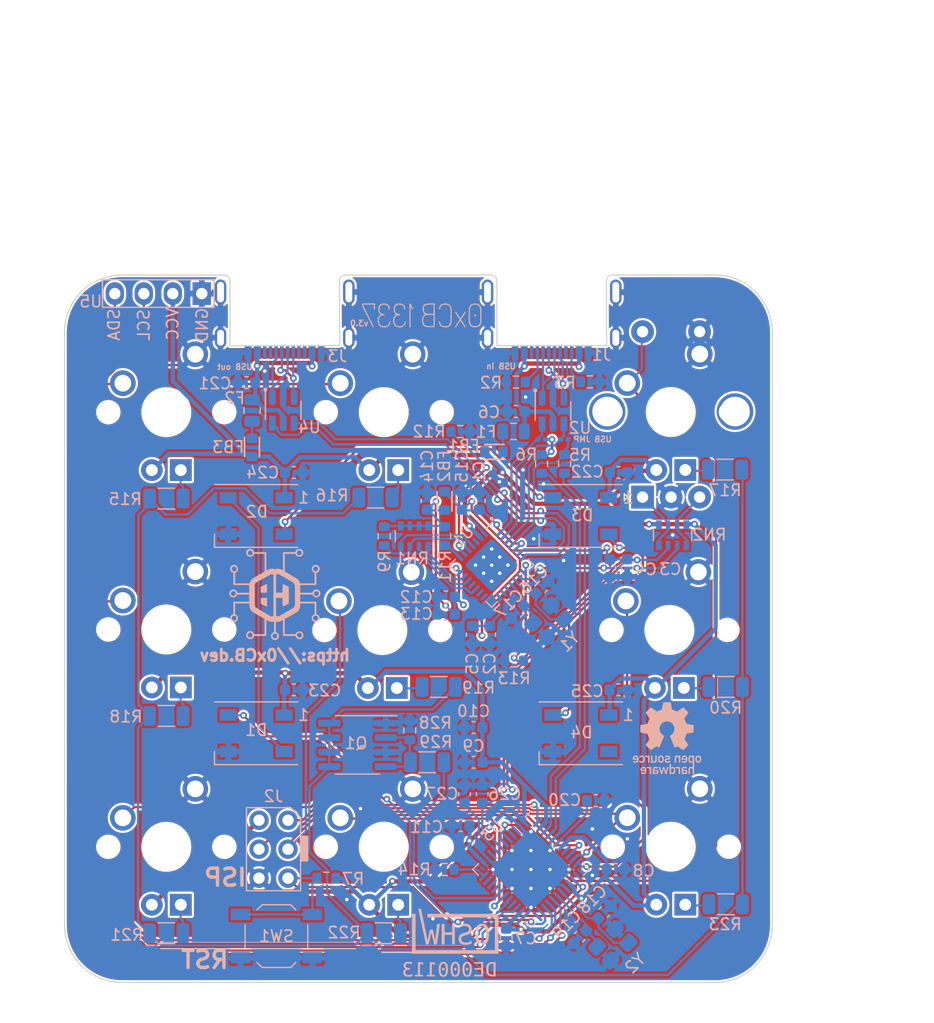
<source format=kicad_pcb>
(kicad_pcb (version 20210606) (generator pcbnew)
  (title_block (title "1337") (date "2021-05-25") (rev "3.0") (company "0xCB") (comment 1 "Conor Burns"))
  (layers (0 "F.Cu" signal) (31 "B.Cu" signal) (34 "B.Paste" user) (35 "F.Paste" user) (36 "B.SilkS" user "B.Silkscreen") (37 "F.SilkS" user "F.Silkscreen") (38 "B.Mask" user) (39 "F.Mask" user) (44 "Edge.Cuts" user))
  (net 0 "")
  (net 1 "+3.3VA")
  (net 2 "GND")
  (net 3 "/VBUS")
  (net 4 "VCC")
  (net 5 "+3V3")
  (net 6 "Net-(C16-Pad2)")
  (net 7 "Net-(C17-Pad2)")
  (net 8 "Net-(C18-Pad2)")
  (net 9 "Net-(C19-Pad2)")
  (net 10 "Net-(C20-Pad1)")
  (net 11 "/VBUS1")
  (net 12 "EA")
  (net 13 "EB")
  (net 14 "RGB")
  (net 15 "Net-(D1-Pad2)")
  (net 16 "Net-(D2-Pad2)")
  (net 17 "Net-(D3-Pad2)")
  (net 19 "Net-(F1-Pad2)")
  (net 20 "Net-(F2-Pad2)")
  (net 21 "Net-(J1-PadA5)")
  (net 22 "Net-(J1-PadA6)")
  (net 23 "Net-(J1-PadA7)")
  (net 25 "Net-(J1-PadB5)")
  (net 27 "S6")
  (net 28 "S9")
  (net 29 "S5")
  (net 30 "RST")
  (net 32 "Net-(J3-PadA6)")
  (net 33 "Net-(J3-PadA7)")
  (net 37 "S1")
  (net 38 "Net-(MX1-Pad4)")
  (net 39 "S2")
  (net 40 "Net-(MX2-Pad4)")
  (net 41 "S3")
  (net 42 "Net-(MX3-Pad4)")
  (net 43 "S4")
  (net 44 "Net-(MX4-Pad4)")
  (net 45 "Net-(MX5-Pad4)")
  (net 46 "Net-(MX6-Pad4)")
  (net 47 "S7")
  (net 48 "Net-(MX7-Pad4)")
  (net 49 "S8")
  (net 50 "Net-(MX8-Pad4)")
  (net 51 "Net-(MX9-Pad4)")
  (net 52 "Net-(Q1-Pad2)")
  (net 53 "Net-(Q1-Pad5)")
  (net 54 "Net-(RN1-Pad7)")
  (net 55 "Net-(RN1-Pad8)")
  (net 56 "1D+")
  (net 57 "1D-")
  (net 58 "Net-(R9-Pad2)")
  (net 59 "Net-(R11-Pad2)")
  (net 60 "Net-(R12-Pad2)")
  (net 61 "Net-(R13-Pad1)")
  (net 62 "Net-(R14-Pad2)")
  (net 63 "BL")
  (net 70 "2D+")
  (net 71 "2D-")
  (net 72 "/D-")
  (net 73 "/D+")
  (net 76 "SDA")
  (net 77 "SCL")
  (net 87 "/MCU+")
  (net 88 "/MCU-")
  (net 89 "Net-(RN1-Pad5)")
  (net 90 "Net-(RN1-Pad6)")
  (net 91 "Net-(RN2-Pad2)")
  (net 92 "Net-(RN2-Pad3)")
  (footprint "0xcb:MXOnly-1U" (layer "F.Cu") (at 174 81.57)
    (fp_text reference "MX3")
    (fp_text value "MX-LED")
  )
  (footprint "0xcb:MXOnly-1U" (layer "F.Cu") (at 148.73 100.68)
    (fp_text reference "MX5")
    (fp_text value "MX-LED")
  )
  (footprint "0xcb:MXOnly-1U" (layer "F.Cu") (at 148.85 81.58)
    (fp_text reference "MX2")
    (fp_text value "MX-LED")
  )
  (footprint "0xcb:MXOnly-1U" (layer "F.Cu") (at 173.88 100.67)
    (fp_text reference "MX6")
    (fp_text value "MX-LED")
  )
  (footprint "0xcb:MXOnly-1U" (layer "F.Cu") (at 129.8 100.63)
    (fp_text reference "MX4")
    (fp_text value "MX-LED")
  )
  (footprint "0xcb:MXOnly-1U" (layer "F.Cu") (at 129.8 81.58)
    (fp_text reference "MX1")
    (fp_text value "MX-LED")
  )
  (footprint "0xcb:MXOnly-1U" (layer "F.Cu") (at 129.8 119.68)
    (fp_text reference "MX7")
    (fp_text value "MX-LED")
  )
  (footprint "0xcb:MXOnly-1U" (layer "F.Cu") (at 148.85 119.68)
    (fp_text reference "MX8")
    (fp_text value "MX-LED")
  )
  (footprint "0xcb:MXOnly-1U" (layer "F.Cu") (at 174 119.67)
    (fp_text reference "MX9")
    (fp_text value "MX-LED")
  )
  (footprint "0xcb:RotaryEncoder_Alps_EC11E" (layer "F.Cu") (at 171.528 89.026 90)
    (fp_text reference "SW2")
    (fp_text value "EC11")
  )
  (footprint "Capacitor_SMD:C_0603_1608Metric" (layer "B.Cu") (at 169.418 86.868 180)
    (fp_text reference "C22")
    (fp_text value "100n")
  )
  (footprint "Capacitor_SMD:C_0603_1608Metric" (layer "B.Cu") (at 155.93 115.06 90)
    (fp_text reference "C27")
    (fp_text value "100n")
  )
  (footprint "Capacitor_SMD:C_0603_1608Metric" (layer "B.Cu") (at 155.696 89.36 90)
    (fp_text reference "C15")
    (fp_text value "10u")
  )
  (footprint "Resistor_SMD:R_0603_1608Metric" (layer "B.Cu") (at 143.827 122.428)
    (fp_text reference "R7")
    (fp_text value "10k")
  )
  (footprint "Resistor_SMD:R_Array_Convex_4x0603" (layer "B.Cu") (at 174.16 92.36 -90)
    (fp_text reference "RN2")
    (fp_text value "10k")
  )
  (footprint "Resistor_SMD:R_0603_1608Metric" (layer "B.Cu") (at 166.922 78.924 180)
    (fp_text reference "R3")
    (fp_text value "5.1k")
  )
  (footprint "Capacitor_SMD:C_0603_1608Metric" (layer "B.Cu") (at 167.42 115.63)
    (fp_text reference "C20")
    (fp_text value "1u")
  )
  (footprint "Resistor_SMD:R_1206_3216Metric" (layer "B.Cu") (at 178.816 105.664)
    (fp_text reference "R20")
    (fp_text value "330")
  )
  (footprint "Resistor_SMD:R_1206_3216Metric" (layer "B.Cu") (at 129.794 108.204 180)
    (fp_text reference "R18")
    (fp_text value "330")
  )
  (footprint "LED_SMD:LED_WS2812B_PLCC4_5.0x5.0mm_P3.2mm" (layer "B.Cu") (at 137.668 109.728 180)
    (fp_text reference "D1")
    (fp_text value "WS2812B")
  )
  (footprint "Capacitor_SMD:C_0603_1608Metric" (layer "B.Cu") (at 152.648 89.36 90)
    (fp_text reference "C14")
    (fp_text value "100n")
  )
  (footprint "Resistor_SMD:R_0603_1608Metric" (layer "B.Cu") (at 148.89 92.45 -90)
    (fp_text reference "R9")
    (fp_text value "10k")
  )
  (footprint "0xcb:oshw" (layer "B.Cu") (at 173.67 110.15 180)
    (fp_text reference "L2" hide)
    (fp_text value "OSHW" hide)
  )
  (footprint "Capacitor_SMD:C_0603_1608Metric" (layer "B.Cu") (at 158.13 101.09 -90)
    (fp_text reference "C2")
    (fp_text value "100n")
  )
  (footprint "Capacitor_SMD:C_0603_1608Metric" (layer "B.Cu") (at 157.22 89.36 90)
    (fp_text reference "C1")
    (fp_text value "100n")
  )
  (footprint "Package_SO:SOIC-8_3.9x4.9mm_P1.27mm" (layer "B.Cu") (at 146.558 110.744 180)
    (fp_text reference "Q1")
    (fp_text value "FDS9926A")
  )
  (footprint "Capacitor_SMD:C_0603_1608Metric" (layer "B.Cu") (at 162.72 96.92 -135)
    (fp_text reference "C16")
    (fp_text value "22p")
  )
  (footprint "Resistor_SMD:R_0603_1608Metric" (layer "B.Cu") (at 154.178 121.666)
    (fp_text reference "R14")
    (fp_text value "10k")
  )
  (footprint "0xcb:Fuse_0805_2012Metric" (layer "B.Cu") (at 137.312 81.4415 -90)
    (fp_text reference "F2")
    (fp_text value "500mA")
  )
  (footprint "Resistor_SMD:R_1206_3216Metric" (layer "B.Cu") (at 148.13 89.07 180)
    (fp_text reference "R16")
    (fp_text value "330")
  )
  (footprint "svg2mod" (layer "B.Cu") (at 152.19 73.1 180)
    (fp_text reference "svg2mod" hide)
    (fp_text value "G***" hide)
  )
  (footprint "Capacitor_SMD:C_0603_1608Metric" (layer "B.Cu") (at 156.718 112.268 180)
    (fp_text reference "C9")
    (fp_text value "100n")
  )
  (footprint "Capacitor_SMD:C_0603_1608Metric" (layer "B.Cu") (at 140.97 86.868 180)
    (fp_text reference "C24")
    (fp_text value "100n")
  )
  (footprint "Package_TO_SOT_SMD:SOT-23-6" (layer "B.Cu") (at 163.682 81.4815 -90)
    (fp_text reference "U2")
    (fp_text value "USBLC6-2SC6")
  )
  (footprint "0xcb:Ferrite_Bead_0603" (layer "B.Cu") (at 154.172 89.36 90)
    (fp_text reference "FB2")
    (fp_text value "600R" hide)
  )
  (footprint "0xcb:HRO-TYPE-C-31-M-13" (layer "B.Cu") (at 163.562 68.9615)
    (fp_text reference "J1")
    (fp_text value "USB")
  )
  (footprint "Resistor_SMD:R_1206_3216Metric" (layer "B.Cu") (at 129.794 127.254 180)
    (fp_text reference "R21")
    (fp_text value "330")
  )
  (footprint "Capacitor_SMD:C_0603_1608Metric" (layer "B.Cu") (at 136.822 78.984 180)
    (fp_text reference "C21")
    (fp_text value "100n")
  )
  (footprint "0xcb:oshwa" (layer "B.Cu") (at 154.88 128.14 180)
    (fp_text reference "L***" hide)
    (fp_text value "oshwa" hide)
  )
  (footprint "Resistor_SMD:R_1206_3216Metric" (layer "B.Cu") (at 148.844 127.254 180)
    (fp_text reference "R22")
    (fp_text value "330")
  )
  (footprint "0xcb:Crystal_SMD_3225-4Pin_3.2x2.5mm" (layer "B.Cu") (at 163.32 99.91 -135)
    (fp_text reference "Y1")
    (fp_text value "12MHz")
  )
  (footprint "LED_SMD:LED_WS2812B_PLCC4_5.0x5.0mm_P3.2mm" (layer "B.Cu") (at 166.116 109.728 180)
    (fp_text reference "D4")
    (fp_text value "WS2812B")
  )
  (footprint "Capacitor_SMD:C_0603_1608Metric" (layer "B.Cu") (at 159.58 127.63 -90)
    (fp_text reference "C7")
    (fp_text value "100n")
  )
  (footprint "Capacitor_SMD:C_0603_1608Metric" (layer "B.Cu") (at 157.48 115.062 90)
    (fp_text reference "C26")
    (fp_text value "100n")
  )
  (footprint "0xcb:HRO-TYPE-C-31-M-13" (layer "B.Cu") (at 140.172 68.954)
    (fp_text reference "J3")
    (fp_text value "USB")
  )
  (footprint "0xcb:QFN-44-1EP_7x7mm_P0.5mm_EP5.2x5.2mm_ThermalVias" (layer "B.Cu") (at 161.7506 121.666 -135)
    (fp_text reference "U3")
    (fp_text value "ATMEGA32U4")
  )
  (footprint "Capacitor_SMD:C_0603_1608Metric" (layer "B.Cu") (at 154.3 99.294 180)
    (fp_text reference "C13")
    (fp_text value "100n")
  )
  (footprint "Capacitor_SMD:C_0603_1608Metric" (layer "B.Cu") (at 140.97 105.918 180)
    (fp_text reference "C23")
    (fp_text value "100n")
  )
  (footprint "0xcb:Ferrite_Bead_0603" (layer "B.Cu") (at 158.51 85.06 180)
    (fp_text reference "FB1")
    (fp_text value "600R" hide)
  )
  (footprint "Capacitor_SMD:C_0603_1608Metric" (layer "B.Cu") (at 168.656 95.25 -90)
    (fp_text reference "C4")
    (fp_text value "1u")
  )
  (footprint "LED_SMD:LED_WS2812B_PLCC4_5.0x5.0mm_P3.2mm" (layer "B.Cu") (at 137.668 90.678 180)
    (fp_text reference "D2")
    (fp_text value "WS2812B")
  )
  (footprint "Package_TO_SOT_SMD:SOT-23-6" (layer "B.Cu") (at 140.042 81.414 -90)
    (fp_text reference "U4")
    (fp_text value "USBLC6-2SC6")
  )
  (footprint "Capacitor_SMD:C_0603_1608Metric" (layer "B.Cu") (at 170.18 95.25 -90)
    (fp_text reference "C3")
    (fp_text value "100n")
  )
  (footprint "Resistor_SMD:R_0201_0603Metric" (layer "B.Cu") (at 162.69 83.97 180)
    (fp_text reference "JP1" hide)
    (fp_text value "Jumper_2_Open")
  )
  (footprint "Resistor_SMD:R_1206_3216Metric" (layer "B.Cu") (at 178.7545 86.614)
    (fp_text reference "R17")
    (fp_text value "330")
  )
  (footprint "Resistor_SMD:R_0603_1608Metric" (layer "B.Cu") (at 160.274 103.378 180)
    (fp_text reference "R13")
    (fp_text value "649")
  )
  (footprint "0xcb:128x64OLED" (layer "B.Cu") (at 129.286 81.788 180)
    (fp_text reference "U5")
    (fp_text value "SSD1306")
  )
  (footprint "Resistor_SMD:R_0603_1608Metric" (layer "B.Cu") (at 154.19 92.44 -90)
    (fp_text reference "R11")
    (fp_text value "10k")
  )
  (footprint "Button_Switch_SMD:SW_SPST_TL3342" (layer "B.Cu") (at 139.446 127.508)
    (fp_text reference "SW1")
    (fp_text value "SW_Push")
  )
  (footprint "0xcb:AVR_PROG_2.54_THT" (layer "B.Cu") (at 139.192 119.888 -90)
    (fp_text reference "J2")
    (fp_text value "AVR-ISP-6")
  )
  (footprint "Resistor_SMD:R_1206_3216Metric" (layer "B.Cu") (at 178.816 124.714)
    (fp_text reference "R23")
    (fp_text value "330")
  )
  (footprint "Capacitor_SMD:C_0603_1608Metric" (layer "B.Cu") (at 156.606 101.09 -90)
    (fp_text reference "C5")
    (fp_text value "1u")
  )
  (footprint "0xcb:Ferrite_Bead_0603" (layer "B.Cu") (at 137.302 84.674 -90)
    (fp_text reference "FB3")
    (fp_text value "600R" hide)
  )
  (footprint "Resistor_SMD:R_0603_1608Metric" (layer "B.Cu") (at 162.68 86.11 90)
    (fp_text reference "R6")
    (fp_text value "22")
  )
  (footprint "Capacitor_SMD:C_0603_1608Metric" (layer "B.Cu") (at 160.422 81.524 180)
    (fp_text reference "C6")
    (fp_text value "100n")
  )
  (footprint "0xcb:Fuse_0805_2012Metric" (layer "B.Cu") (at 160.222 83.274 180)
    (fp_text reference "F1")
    (fp_text value "1A")
  )
  (footprint "Capacitor_SMD:C_0603_1608Metric" (layer "B.Cu") (at 169.418 105.918 180)
    (fp_text reference "C25")
    (fp_text value "100n")
  )
  (footprint "LED_SMD:LED_WS2812B_PLCC4_5.0x5.0mm_P3.2mm" (layer "B.Cu") (at 166.116 90.678 180)
    (fp_text reference "D3")
    (fp_text value "WS2812B")
  )
  (footprint "Resistor_SMD:R_Array_Convex_4x0603" (layer "B.Cu") (at 151.54 92.46 -90)
    (fp_text reference "RN1")
    (fp_text value "10k")
  )
  (footprint "Resistor_SMD:R_0603_1608Metric" (layer "B.Cu") (at 155.56 83.28 180)
    (fp_text reference "R12")
    (fp_text value "10k")
  )
  (footprint "Capacitor_SMD:C_0603_1608Metric" (layer "B.Cu") (at 166.02 127.55 45)
    (fp_text reference "C19")
    (fp_text value "22p")
  )
  (footprint "Capacitor_SMD:C_0603_1608Metric" (layer "B.Cu") (at 168.18 125.4 -135)
    (fp_text reference "C18")
    (fp_text value "22p")
  )
  (footprint "Resistor_SMD:R_1206_3216Metric" (layer "B.Cu") (at 152.654 112.268 180)
    (fp_text reference "R29")
    (fp_text value "330")
  )
  (footprint "Resistor_SMD:R_1206_3216Metric" (layer "B.Cu") (at 153.67 105.664)
    (fp_text reference "R19")
    (fp_text value "330")
  )
  (footprint "Resistor_SMD:R_0603_1608Metric" (layer "B.Cu") (at 164.69 86.11 90)
    (fp_text reference "R5")
    (fp_text value "22")
  )
  (footprint "Capacitor_SMD:C_0603_1608Metric" (layer "B.Cu") (at 154.3 97.77 180)
    (fp_text reference "C12")
    (fp_text value "1u")
  )
  (footprint "Resistor_SMD:R_1206_3216Metric" (layer "B.Cu") (at 129.794 89.154 180)
    (fp_text reference "R15")
    (fp_text value "330")
  )
  (footprint "Resistor_SMD:R_0603_1608Metric" (layer "B.Cu") (at 160.432 78.944 180)
    (fp_text reference "R2")
    (fp_text value "5.1k")
  )
  (footprint "Resistor_SMD:R_0603_1608Metric" (layer "B.Cu") (at 151.13 109.474 90)
    (fp_text reference "R28")
    (fp_text value "10k")
  )
  (footprint "0xcb:Crystal_SMD_3225-4Pin_3.2x2.5mm" (layer "B.Cu") (at 168.91 128.27 -135)
    (fp_text reference "Y2")
    (fp_text value "16MHz")
  )
  (footprint "Capacitor_SMD:C_0603_1608Metric" (layer "B.Cu") (at 156.718 109.22 180)
    (fp_text reference "C10")
    (fp_text value "100n")
  )
  (footprint "Resistor_SMD:R_0201_0603Metric" (layer "B.Cu") (at 164.68 83.95 180)
    (fp_text reference "JP2" hide)
    (fp_text value "Jumper_2_Open")
  )
  (footprint "0xcb:logo" (layer "B.Cu") (at 139.31 97.56 180)
    (fp_text reference "L1" hide)
    (fp_text value "LOGO" hide)
  )
  (footprint "0xcb:QFN-28-1EP_5x5mm_P0.5mm_EP3.35x3.35mm_ThermalVias" (layer "B.Cu") (at 158.31 94.99 -135)
    (fp_text reference "U1")
    (fp_text value "CY7C65634-28LTXCT (or CY7C65632)")
  )
  (footprint "Capacitor_SMD:C_0603_1608Metric" (layer "B.Cu") (at 160.57 99.08 45)
    (fp_text reference "C17")
    (fp_text value "22p")
  )
  (footprint "Capacitor_SMD:C_0603_1608Metric" (layer "B.Cu") (at 155.59 117.82 180)
    (fp_text reference "C11")
    (fp_text value "1u")
  )
  (footprint "Capacitor_SMD:C_0603_1608Metric" (layer "B.Cu") (at 169.164 121.666)
    (fp_text reference "C8")
    (fp_text value "100n")
  )
  (gr_circle (center 138.482 79.614) (end 138.532 79.524) (layer "B.SilkS") (width 0.15) (fill none))
  (gr_circle (center 161.78 116.15) (end 161.83 116.06) (layer "B.SilkS") (width 0.15) (fill none))
  (gr_rect (start 142.17 120.9) (end 141.57 118.77) (layer "B.SilkS") (width 0.15) (fill solid))
  (gr_circle (center 162.122 79.6815) (end 162.172 79.5915) (layer "B.SilkS") (width 0.15) (fill none))
  (gr_circle (center 158.31 90.92) (end 158.36 90.83) (layer "B.SilkS") (width 0.15) (fill none))
  (gr_arc (start 145.473553 70.063553) (end 144.973554 70.063553) (angle 90) (layer "Edge.Cuts") (width 0.1))
  (gr_line (start 168.38 75.75) (end 158.77 75.76) (layer "Edge.Cuts") (width 0.1))
  (gr_line (start 125.889997 131.564468) (end 177.889997 131.57) (layer "Edge.Cuts") (width 0.1))
  (gr_line (start 168.363554 70.063553) (end 168.38 75.75) (layer "Edge.Cuts") (width 0.1))
  (gr_line (start 120.885531 74.555531) (end 120.89 126.564465) (layer "Edge.Cuts") (width 0.1))
  (gr_arc (start 158.266447 70.063553) (end 158.266447 69.563554) (angle 90) (layer "Edge.Cuts") (width 0.1))
  (gr_line (start 158.266447 69.563554) (end 145.473553 69.563554) (layer "Edge.Cuts") (width 0.1))
  (gr_arc (start 177.890002 126.569999) (end 177.889997 131.57) (angle -90) (layer "Edge.Cuts") (width 0.1))
  (gr_arc (start 177.889995 74.560001) (end 182.889996 74.560006) (angle -90) (layer "Edge.Cuts") (width 0.1))
  (gr_arc (start 168.863553 70.063553) (end 168.363554 70.063553) (angle 90) (layer "Edge.Cuts") (width 0.1))
  (gr_line (start 182.89 126.570003) (end 182.889996 74.560006) (layer "Edge.Cuts") (width 0.1))
  (gr_line (start 144.993554 75.753553) (end 135.383554 75.763553) (layer "Edge.Cuts") (width 0.1))
  (gr_line (start 177.89 69.56) (end 168.863553 69.563554) (layer "Edge.Cuts") (width 0.1))
  (gr_line (start 144.973554 70.063553) (end 144.993554 75.753553) (layer "Edge.Cuts") (width 0.1))
  (gr_line (start 158.77 75.76) (end 158.766446 70.063553) (layer "Edge.Cuts") (width 0.1))
  (gr_arc (start 134.876447 70.063553) (end 134.876447 69.563554) (angle 90) (layer "Edge.Cuts") (width 0.1))
  (gr_arc (start 125.890001 126.56447) (end 120.89 126.564465) (angle -90) (layer "Edge.Cuts") (width 0.1))
  (gr_line (start 134.876447 69.563554) (end 125.885534 69.555534) (layer "Edge.Cuts") (width 0.1))
  (gr_line (start 135.383554 75.763553) (end 135.376447 70.063554) (layer "Edge.Cuts") (width 0.1))
  (gr_arc (start 125.885531 74.555534) (end 125.885534 69.555534) (angle -90) (layer "Edge.Cuts") (width 0.1))
  (gr_text "USB in\n" (at 159.13 77.56) (layer "B.SilkS") (effects (font (size 0.5 0.5) (thickness 0.11)) (justify mirror)))
  (gr_text "USB JMP" (at 167.15 83.96) (layer "B.SilkS") (effects (font (size 0.5 0.5) (thickness 0.11)) (justify mirror)))
  (gr_text "https://0xCB.dev" (at 139.31 102.9) (layer "B.SilkS") (effects (font (size 1 1) (thickness 0.25)) (justify mirror)))
  (gr_text "USB out" (at 135.81 77.61) (layer "B.SilkS") (effects (font (size 0.5 0.5) (thickness 0.11)) (justify mirror)))
  (gr_text "RST\n" (at 133.17 129.58) (layer "B.SilkS") (effects (font (size 1.5 1.5) (thickness 0.3)) (justify mirror)))
  (gr_text "v3.0" (at 146.7 73.79) (layer "B.SilkS") (effects (font (size 0.5 0.5) (thickness 0.11)) (justify mirror)))
  (gr_text "ISP" (at 134.96 122.37) (layer "B.SilkS") (effects (font (size 1.5 1.5) (thickness 0.3)) (justify mirror)))
  (segment (start 162.56 95.25) (end 168.111782 95.25) (width 0.2) (layer "F.Cu") (net 1))
  (segment (start 158.75 91.694) (end 160.150906 93.094906) (width 0.2) (layer "F.Cu") (net 1))
  (segment (start 158.75 91.44) (end 158.75 91.694) (width 0.2) (layer "F.Cu") (net 1))
  (segment (start 156.56 89.408) (end 156.56 90.23) (width 0.2) (layer "F.Cu") (net 1))
  (segment (start 160.150906 93.094906) (end 160.912906 93.094906) (width 0.2) (layer "F.Cu") (net 1))
  (segment (start 168.402 93.472) (end 168.164 93.71) (width 0.2) (layer "F.Cu") (net 1))
  (segment (start 160.072 93.71) (end 160.056 93.726) (width 0.2) (layer "F.Cu") (net 1))
  (segment (start 157.46 98.826) (end 160.782 95.504) (width 0.2) (layer "F.Cu") (net 1))
  (segment (start 168.164 93.71) (end 160.072 93.71) (width 0.2) (layer "F.Cu") (net 1))
  (segment (start 160.782 94.452) (end 160.056 93.726) (width 0.2) (layer "F.Cu") (net 1))
  (segment (start 157.46 101.17) (end 157.46 98.826) (width 0.2) (layer "F.Cu") (net 1))
  (segment (start 160.782 95.504) (end 160.782 94.452) (width 0.2) (layer "F.Cu") (net 1))
  (segment (start 168.111782 95.25) (end 168.122913 95.238869) (width 0.2) (layer "F.Cu") (net 1))
  (segment (start 156.56 90.23) (end 160.056 93.726) (width 0.2) (layer "F.Cu") (net 1))
  (via (at 162.56 95.25) (size 0.6) (drill 0.3) (layers "F.Cu" "B.Cu") (net 1))
  (via (at 157.46 101.17) (size 0.6) (drill 0.3) (layers "F.Cu" "B.Cu") (net 1))
  (via (at 168.122913 95.238869) (size 0.6) (drill 0.3) (layers "F.Cu" "B.Cu") (net 1))
  (via (at 156.56 89.408) (size 0.6) (drill 0.3) (layers "F.Cu" "B.Cu") (net 1))
  (via (at 168.402 93.472) (size 0.6) (drill 0.3) (layers "F.Cu" "B.Cu") (net 1))
  (via (at 160.912906 93.094906) (size 0.6) (drill 0.3) (layers "F.Cu" "B.Cu") (net 1))
  (via (at 158.75 91.44) (size 0.6) (drill 0.3) (layers "F.Cu" "B.Cu") (net 1))
  (segment (start 155.702 90.183) (end 157.226 90.183) (width 0.2) (layer "B.Cu") (net 1))
  (segment (start 157.638249 92.196928) (end 157.653072 92.196928) (width 0.2) (layer "B.Cu") (net 1))
  (segment (start 156.56 89.408) (end 156.477 89.408) (width 0.2) (layer "B.Cu") (net 1))
  (segment (start 158.75 91.44) (end 157.493 90.183) (width 0.2) (layer "B.Cu") (net 1))
  (segment (start 155.702 90.183) (end 155.702 90.132) (width 0.2) (layer "B.Cu") (net 1))
  (segment (start 168.122913 95.238869) (end 169.416131 95.238869) (width 0.2) (layer "B.Cu") (net 1))
  (segment (start 155.702 90.132) (end 154.178 88.608) (width 0.2) (layer "B.Cu") (net 1))
  (segment (start 161.598386 96.211614) (end 160.945827 96.211614) (width 0.2) (layer "B.Cu") (net 1))
  (segment (start 157.638249 92.119249) (end 155.702 90.183) (width 0.2) (layer "B.Cu") (net 1))
  (segment (start 169.416131 95.238869) (end 170.18 94.475) (width 0.2) (layer "B.Cu") (net 1))
  (segment (start 170.18 94.475) (end 170.167 94.475) (width 0.2) (layer "B.Cu") (net 1))
  (segment (start 157.988 100.317) (end 158.981751 99.323249) (width 0.2) (layer "B.Cu") (net 1))
  (segment (start 160.945827 96.211614) (end 160.749518 96.015305) (width 0.2) (layer "B.Cu") (net 1))
  (segment (start 157.46 101.17) (end 157.317 101.17) (width 0.2) (layer "B.Cu") (net 1))
  (segment (start 168.656 94.475) (end 170.18 94.475) (width 0.2) (layer "B.Cu") (net 1))
  (segment (start 157.638249 92.196928) (end 157.638249 92.119249) (width 0.2) (layer "B.Cu") (net 1))
  (segment (start 156.477 89.408) (end 155.702 90.183) (width 0.2) (layer "B.Cu") (net 1))
  (segment (start 157.493 90.183) (end 157.226 90.183) (width 0.2) (layer "B.Cu") (net 1))
  (segment (start 168.402 93.472) (end 168.402 94.221) (width 0.2) (layer "B.Cu") (net 1))
  (segment (start 157.317 101.17) (end 156.464 100.317) (width 0.2) (layer "B.Cu") (net 1))
  (segment (start 168.402 94.221) (end 168.656 94.475) (width 0.2) (layer "B.Cu") (net 1))
  (segment (start 160.912906 93.094906) (end 160.912201 93.094906) (width 0.2) (layer "B.Cu") (net 1))
  (segment (start 160.912201 93.094906) (end 160.395965 93.611142) (width 0.2) (layer "B.Cu") (net 1))
  (segment (start 162.56 95.25) (end 161.598386 96.211614) (width 0.2) (layer "B.Cu") (net 1))
  (segment (start 158.981751 99.323249) (end 158.981751 97.783072) (width 0.2) (layer "B.Cu") (net 1))
  (segment (start 168.656 94.475) (end 168.656 94.488) (width 0.2) (layer "B.Cu") (net 1))
  (segment (start 156.464 100.317) (end 157.988 100.317) (width 0.2) (layer "B.Cu") (net 1))
  (via (at 161.99 92.68) (size 0.6) (drill 0.3) (layers "F.Cu" "B.Cu") (net 2))
  (via (at 170.19 118.98) (size 0.6) (drill 0.3) (layers "F.Cu" "B.Cu") (net 2))
  (via (at 153.162 125.984) (size 0.6) (drill 0.3) (layers "F.Cu" "B.Cu") (net 2))
  (via (at 162.86 87.87) (size 0.6) (drill 0.3) (layers "F.Cu" "B.Cu") (net 2))
  (via (at 158.99 87.68) (size 0.6) (drill 0.3) (layers "F.Cu" "B.Cu") (net 2))
  (via (at 167.132 118.11) (size 0.6) (drill 0.3) (layers "F.Cu" "B.Cu") (net 2))
  (via (at 167.132 122.174) (size 0.6) (drill 0.3) (layers "F.Cu" "B.Cu") (net 2))
  (via (at 145.616999 124.302747) (size 0.6) (drill 0.3) (layers "F.Cu" "B.Cu") (net 2))
  (via (at 146.812 116.332) (size 0.6) (drill 0.3) (layers "F.Cu" "B.Cu") (net 2))
  (via (at 138.43 77.978) (size 0.6) (drill 0.3) (layers "F.Cu" "B.Cu") (net 2))
  (via (at 161.055989 86.639943) (size 0.6) (drill 0.3) (layers "F.Cu" "B.Cu") (net 2))
  (via (at 164.61 94.59) (size 0.6) (drill 0.3) (layers "F.Cu" "B.Cu") (net 2))
  (via (at 161.28188 80.256968) (size 0.6) (drill 0.3) (layers "F.Cu" "B.Cu") (net 2))
  (via (at 174.17 92.35) (size 0.6) (drill 0.3) (layers "F.Cu" "B.Cu") (net 2))
  (segment (start 158.269954 121.013781) (end 160.511309 121.013781) (width 0.2) (layer "B.Cu") (net 2))
  (segment (start 160.511309 121.013781) (end 161.163528 121.666) (width 0.2) (layer "B.Cu") (net 2))
  (segment (start 161.098381 120.426709) (end 160.804845 120.720245) (width 0.2) (layer "B.Cu") (net 2))
  (segment (start 163.463479 119.246014) (end 163.463479 119.701245) (width 0.2) (layer "B.Cu") (net 2))
  (segment (start 161.158398 125.793736) (end 161.7506 125.201534) (width 0.2) (layer "B.Cu") (net 2))
  (segment (start 164.524139 123.025325) (end 164.068908 123.025325) (width 0.2) (layer "B.Cu") (net 2))
  (segment (start 161.7506 125.201534) (end 161.7506 124.989402) (width 0.2) (layer "B.Cu") (net 2))
  (segment (start 163.463479 119.701245) (end 163.589417 119.827183) (width 0.2) (layer "B.Cu") (net 2))
  (segment (start 161.098381 118.185354) (end 161.098381 120.426709) (width 0.2) (layer "B.Cu") (net 2))
  (segment (start 163.757015 118.952478) (end 163.463479 119.246014) (width 0.2) (layer "B.Cu") (net 2))
  (segment (start 164.817676 123.318862) (end 164.524139 123.025325) (width 0.2) (layer "B.Cu") (net 2))
  (segment (start 161.163528 121.666) (end 161.7506 121.666) (width 0.2) (layer "B.Cu") (net 2))
  (segment (start 160.804845 117.891818) (end 161.098381 118.185354) (width 0.2) (layer "B.Cu") (net 2))
  (segment (start 157.976418 120.720245) (end 158.269954 121.013781) (width 0.2) (layer "B.Cu") (net 2))
  (segment (start 165.96 77.59) (end 165.69 77.32) (width 0.381) (layer "F.Cu") (net 3))
  (segment (start 161.4 77.32) (end 161.17 77.55) (width 0.381) (layer "F.Cu") (net 3))
  (segment (start 165.69 77.32) (end 161.4 77.32) (width 0.381) (layer "F.Cu") (net 3))
  (via (at 161.17 77.55) (size 0.6) (drill 0.3) (layers "F.Cu" "B.Cu") (net 3))
  (via (at 165.96 77.59) (size 0.6) (drill 0.3) (layers "F.Cu" "B.Cu") (net 3))
  (segment (start 161.17 77.55) (end 161.17 76.3695) (width 0.381) (layer "B.Cu") (net 3))
  (segment (start 161.17 77.55) (end 160.48 78.24) (width 0.381) (layer "B.Cu") (net 3))
  (segment (start 160.48 78.24) (end 160.48 80.807) (width 0.381) (layer "B.Cu") (net 3))
  (segment (start 165.962 76.3615) (end 165.962 77.588) (width 0.381) (layer "B.Cu") (net 3))
  (segment (start 163.364 81.524) (end 163.682 81.842) (width 0.381) (layer "B.Cu") (net 3))
  (segment (start 163.682 81.842) (end 163.682 82.619) (width 0.381) (layer "B.Cu") (net 3))
  (segment (start 161.197 83.2365) (end 161.1595 83.274) (width 0.381) (layer "B.Cu") (net 3))
  (segment (start 165.962 77.588) (end 165.96 77.59) (width 0.381) (layer "B.Cu") (net 3))
  (segment (start 161.17 76.3695) (end 161.162 76.3615) (width 0.381) (layer "B.Cu") (net 3))
  (segment (start 161.197 81.524) (end 161.197 83.2365) (width 0.381) (layer "B.Cu") (net 3))
  (segment (start 160.48 80.807) (end 161.197 81.524) (width 0.381) (layer "B.Cu") (net 3))
  (segment (start 161.197 81.524) (end 163.364 81.524) (width 0.381) (layer "B.Cu") (net 3))
  (segment (start 158.264723 86.868) (end 159.258 86.868) (width 0.381) (layer "F.Cu") (net 4))
  (segment (start 170.08 91.4) (end 172.1 91.4) (width 0.381) (layer "F.Cu") (net 4))
  (segment (start 160.469531 126.51) (end 156.846783 126.51) (width 0.381) (layer "F.Cu") (net 4))
  (segment (start 149.686 122.71) (end 152.8 122.71) (width 0.381) (layer "F.Cu") (net 4))
  (segment (start 134.299999 123.14) (end 136.3 121.139999) (width 0.381) (layer "F.Cu") (net 4))
  (segment (start 155.964489 91.164489) (end 155.964489 89.168234) (width 0.381) (layer "F.Cu") (net 4))
  (segment (start 157.613223 117.966777) (end 156.43 119.15) (width 0.381) (layer "F.Cu") (net 4))
  (segment (start 166.17 124.206) (end 166.124 124.206) (width 0.381) (layer "F.Cu") (net 4))
  (segment (start 171.176 86.724) (end 172.712 86.724) (width 0.381) (layer "F.Cu") (net 4))
  (segment (start 129.896 104.4) (end 128.512 105.784) (width 0.381) (layer "F.Cu") (net 4))
  (segment (start 136.3 118.97) (end 137.922 117.348) (width 0.381) (layer "F.Cu") (net 4))
  (segment (start 168.29 89.61) (end 170.08 91.4) (width 0.381) (layer "F.Cu") (net 4))
  (segment (start 163.24 127.09) (end 161.049531 127.09) (width 0.381) (layer "F.Cu") (net 4))
  (segment (start 129.664011 123.681989) (end 130.206 123.14) (width 0.381) (layer "F.Cu") (net 4))
  (segment (start 140.21 104.46) (end 146.238 104.46) (width 0.381) (layer "F.Cu") (net 4))
  (segment (start 152.8 122.71) (end 156.36 119.15) (width 0.381) (layer "F.Cu") (net 4))
  (segment (start 130.206 123.14) (end 134.299999 123.14) (width 0.381) (layer "F.Cu") (net 4))
  (segment (start 161.049531 127.09) (end 160.88 126.920469) (width 0.381) (layer "F.Cu") (net 4))
  (segment (start 168.29 89.61) (end 171.176 86.724) (width 0.381) (layer "F.Cu") (net 4))
  (segment (start 155.964489 89.168234) (end 158.264723 86.868) (width 0.381) (layer "F.Cu") (net 4))
  (segment (start 176.07 91.4) (end 176.08 91.39) (width 0.381) (layer "F.Cu") (net 4))
  (segment (start 146.238 104.46) (end 147.562 105.784) (width 0.381) (layer "F.Cu") (net 4))
  (segment (start 166.124 124.206) (end 163.24 127.09) (width 0.381) (layer "F.Cu") (net 4))
  (segment (start 159.258 86.868) (end 157.73 85.34) (width 0.381) (layer "F.Cu") (net 4))
  (segment (start 130.206 123.14) (end 134.31 123.14) (width 0.381) (layer "F.Cu") (net 4))
  (segment (start 156.846783 126.51) (end 155.876352 127.480431) (width 0.381) (layer "F.Cu") (net 4))
  (segment (start 149.634 122.71) (end 149.606 122.682) (width 0.381) (layer "F.Cu") (net 4))
  (segment (start 157.73 85.34) (end 148.956 85.34) (width 0.381) (layer "F.Cu") (net 4))
  (segment (start 140.15 104.4) (end 129.896 104.4) (width 0.381) (layer "F.Cu") (net 4))
  (segment (start 128.512 124.834) (end 129.664011 123.681989) (width 0.381) (layer "F.Cu") (net 4))
  (segment (start 148.956 85.34) (end 147.562 86.734) (width 0.381) (layer "F.Cu") (net 4))
  (segment (start 156.36 91.56) (end 155.964489 91.164489) (width 0.381) (layer "F.Cu") (net 4))
  (segment (start 155.876352 127.480431) (end 150.208431 127.480431) (width 0.381) (layer "F.Cu") (net 4))
  (segment (start 134.31 123.14) (end 134.76952 123.59952) (width 0.381) (layer "F.Cu") (net 4))
  (segment (start 172.1 91.4) (end 176.07 91.4) (width 0.381) (layer "F.Cu") (net 4))
  (segment (start 134.76952 123.59952) (end 146.32752 123.59952) (width 0.381) (layer "F.Cu") (net 4))
  (segment (start 149.686 122.71) (end 149.634 122.71) (width 0.381) (layer "F.Cu") (net 4))
  (segment (start 136.3 121.139999) (end 136.3 118.97) (width 0.381) (layer "F.Cu") (net 4))
  (segment (start 159.258 86.868) (end 162 89.61) (width 0.381) (layer "F.Cu") (net 4))
  (segment (start 160.88 126.920469) (end 160.469531 126.51) (width 0.381) (layer "F.Cu") (net 4))
  (segment (start 162 89.61) (end 168.29 89.61) (width 0.381) (layer "F.Cu") (net 4))
  (segment (start 146.32752 123.59952) (end 147.562 124.834) (width 0.381) (layer "F.Cu") (net 4))
  (segment (start 158.085598 117.966777) (end 157.613223 117.966777) (width 0.381) (layer "F.Cu") (net 4))
  (segment (start 140.21 104.46) (end 140.15 104.4) (width 0.381) (layer "F.Cu") (net 4))
  (segment (start 156.43 119.15) (end 156.36 119.15) (width 0.381) (layer "F.Cu") (net 4))
  (segment (start 150.208431 127.480431) (end 147.562 124.834) (width 0.381) (layer "F.Cu") (net 4))
  (via (at 158.085598 117.966777) (size 0.6) (drill 0.3) (layers "F.Cu" "B.Cu") (net 4))
  (via (at 156.36 119.15) (size 0.6) (drill 0.3) (layers "F.Cu" "B.Cu") (net 4))
  (via (at 176.08 91.39) (size 0.6) (drill 0.3) (layers "F.Cu" "B.Cu") (net 4))
  (via (at 156.36 91.56) (size 0.6) (drill 0.3) (layers "F.Cu" "B.Cu") (net 4))
  (via (at 172.1 91.4) (size 0.6) (drill 0.3) (layers "F.Cu" "B.Cu") (net 4))
  (via (at 160.88 126.920469) (size 0.6) (drill 0.3) (layers "F.Cu" "B.Cu") (net 4))
  (via (at 166.17 124.206) (size 0.6) (drill 0.3) (layers "F.Cu" "B.Cu") (net 4))
  (via (at 159.258 86.868) (size 0.6) (drill 0.3) (layers "F.Cu" "B.Cu") (net 4))
  (via (at 140.21 104.46) (size 0.6) (drill 0.3) (layers "F.Cu" "B.Cu") (net 4))
  (via (at 149.606 122.682) (size 0.6) (drill 0.3) (layers "F.Cu" "B.Cu") (net 4))
  (segment (start 159.258 86.868) (end 159.258 86.848) (width 0.381) (layer "B.Cu") (net 4))
  (segment (start 160.804845 125.440182) (end 159.58 126.665027) (width 0.381) (layer "B.Cu") (net 4))
  (segment (start 140.195 89.001) (end 140.118 89.078) (width 0.381) (layer "B.Cu") (net 4))
  (segment (start 156.365 119.145) (end 156.365 117.82) (width 0.381) (layer "B.Cu") (net 4))
  (segment (start 168.643 86.868) (end 168.643 86.757) (width 0.381) (layer "B.Cu") (net 4))
  (segment (start 166.244 124.206) (end 168.389 122.061) (width 0.381) (layer "B.Cu") (net 4))
  (segment (start 157.493 109.22) (end 157.493 105.883) (width 0.381) (layer "B.Cu") (net 4))
  (segment (start 171.7595 85.7715) (end 172.712 86.724) (width 0.381) (layer "B.Cu") (net 4))
  (segment (start 140.195 104.475) (end 140.195 105.918) (width 0.381) (layer "B.Cu") (net 4))
  (segment (start 172.9 91.4) (end 172.96 91.46) (width 0.381) (layer "B.Cu") (net 4))
  (segment (start 172.712 124.824) (end 171.65 123.762) (width 0.381) (layer "B.Cu") (net 4))
  (segment (start 160.88 126.920469) (end 159.645469 126.920469) (width 0.381) (layer "B.Cu") (net 4))
  (segment (start 145.156 122.428) (end 147.562 124.834) (width 0.381) (layer "B.Cu") (net 4))
  (segment (start 156.36 119.810934) (end 157.622864 121.073798) (width 0.381) (layer "B.Cu") (net 4))
  (segment (start 172.712 105.774) (end 177.93 100.556) (width 0.381) (layer "B.Cu") (net 4))
  (segment (start 155.9 104.29) (end 149.056 104.29) (width 0.381) (layer "B.Cu") (net 4))
  (segment (start 138.801 85.474) (end 140.195 86.868) (width 0.381) (layer "B.Cu") (net 4))
  (segment (start 140.118 105.995) (end 140.195 105.918) (width 0.381) (layer "B.Cu") (net 4))
  (segment (start 158.085598 117.966777) (end 159.662375 116.39) (width 0.381) (layer "B.Cu") (net 4))
  (segment (start 161.158398 114.311602) (end 161.19 114.28) (width 0.381) (layer "B.Cu") (net 4))
  (segment (start 140.118 108.128) (end 140.118 105.995) (width 0.381) (layer "B.Cu") (net 4))
  (segment (start 171.65 123.762) (end 171.65 106.836) (width 0.381) (layer "B.Cu") (net 4))
  (segment (start 144.652 122.428) (end 145.156 122.428) (width 0.381) (layer "B.Cu") (net 4))
  (segment (start 168.643 86.868) (end 168.643 89.001) (width 0.381) (layer "B.Cu") (net 4))
  (segment (start 166.17 124.206) (end 166.244 124.206) (width 0.381) (layer "B.Cu") (net 4))
  (segment (start 166.17 124.206) (end 166.126 124.206) (width 0.381) (layer "B.Cu") (net 4))
  (segment (start 166.37 118.872) (end 165.251707 118.872) (width 0.381) (layer "B.Cu") (net 4))
  (segment (start 140.21 104.46) (end 140.195 104.475) (width 0.381) (layer "B.Cu") (net 4))
  (segment (start 156.36 91.56) (end 156.36 91.63) (width 0.381) (layer "B.Cu") (net 4))
  (segment (start 163.08498 117.503193) (end 162.696355 117.891818) (width 0.381) (layer "B.Cu") (net 4))
  (segment (start 168.643 86.757) (end 169.6285 85.7715) (width 0.381) (layer "B.Cu") (net 4))
  (segment (start 146.368 85.54) (end 141.523 85.54) (width 0.381) (layer "B.Cu") (net 4))
  (segment (start 169.631 104.93) (end 171.868 104.93) (width 0.381) (layer "B.Cu") (net 4))
  (segment (start 149.606 122.682) (end 149.606 122.79) (width 0.381) (layer "B.Cu") (net 4))
  (segment (start 172.1 91.4) (end 172.9 91.4) (width 0.381) (layer "B.Cu") (net 4))
  (segment (start 165.251707 118.872) (end 164.464122 119.659585) (width 0.381) (layer "B.Cu") (net 4))
  (segment (start 177.93 100.556) (end 177.93 96.300217) (width 0.381) (layer "B.Cu") (net 4))
  (segment (start 159.178 112.268) (end 161.19 114.28) (width 0.381) (layer "B.Cu") (net 4))
  (segment (start 168.643 105.918) (end 169.631 104.93) (width 0.381) (layer "B.Cu") (net 4))
  (segment (start 141.523 85.54) (end 140.195 86.868) (width 0.381) (layer "B.Cu") (net 4))
  (segment (start 161.158398 117.538264) (end 161.158398 114.311602) (width 0.381) (layer "B.Cu") (net 4))
  (segment (start 168.389 122.061) (end 168.389 121.666) (width 0.381) (layer "B.Cu") (net 4))
  (segment (start 159.258 86.608) (end 157.71 85.06) (width 0.381) (layer "B.Cu") (net 4))
  (segment (start 171.65 106.836) (end 172.712 105.774) (width 0.381) (layer "B.Cu") (net 4))
  (segment (start 159.662375 116.39) (end 160.010134 116.39) (width 0.381) (layer "B.Cu") (net 4))
  (segment (start 137.302 85.474) (end 136.964 85.474) (width 0.381) (layer "B.Cu") (net 4))
  (segment (start 165.555266 123.635266) (end 165.555266 123.349346) (width 0.381) (layer "B.Cu") (net 4))
  (segment (start 157.493 112.268) (end 157.493 109.22) (width 0.381) (layer "B.Cu") (net 4))
  (segment (start 177.937011 96.293206) (end 177.937011 93.247011) (width 0.381) (layer "B.Cu") (net 4))
  (segment (start 177.937011 93.247011) (end 176.08 91.39) (width 0.381) (layer "B.Cu") (net 4))
  (segment (start 168.643 89.001) (end 168.566 89.078) (width 0.381) (layer "B.Cu") (net 4))
  (segment (start 169.6285 85.7715) (end 171.7595 85.7715) (width 0.381) (layer "B.Cu") (net 4))
  (segment (start 130.366 78.876) (end 130.366 71.188) (width 0.381) (layer "B.Cu") (net 4))
  (segment (start 166.126 124.206) (end 165.555266 123.635266) (width 0.381) (layer "B.Cu") (net 4))
  (segment (start 157.280482 92.550482) (end 157.284695 92.550482) (width 0.381) (layer "B.Cu") (net 4))
  (segment (start 159.58 126.665027) (end 159.58 126.855) (width 0.381) (layer "B.Cu") (net 4))
  (segment (start 175.43 91.39) (end 175.36 91.46) (width 0.381) (layer "B.Cu") (net 4))
  (segment (start 168.389 121.666) (end 168.389 122.448277) (width 0.381) (layer "B.Cu") (net 4))
  (segment (start 130.016 85.23) (end 128.512 86.734) (width 0.381) (layer "B.Cu") (net 4))
  (segment (start 156.36 119.15) (end 156.36 119.810934) (width 0.381) (layer "B.Cu") (net 4))
  (segment (start 149.056 104.29) (end 147.562 105.784) (width 0.381) (layer "B.Cu") (net 4))
  (segment (start 161.19 114.28) (end 163.08498 116.17498) (width 0.381) (layer "B.Cu") (net 4))
  (segment (start 136.964 85.474) (end 130.366 78.876) (width 0.381) (layer "B.Cu") (net 4))
  (segment (start 160.010134 116.39) (end 161.158398 117.538264) (width 0.381) (layer "B.Cu") (net 4))
  (segment (start 168.643 105.918) (end 168.643 108.051) (width 0.381) (layer "B.Cu") (net 4))
  (segment (start 168.389 122.448277) (end 170.764723 124.824) (width 0.381) (layer "B.Cu") (net 4))
  (segment (start 176.08 91.39) (end 175.43 91.39) (width 0.381) (layer "B.Cu") (net 4))
  (segment (start 156.36 119.15) (end 156.365 119.145) (width 0.381) (layer "B.Cu") (net 4))
  (segment (start 137.302 85.474) (end 138.801 85.474) (width 0.381) (layer "B.Cu") (net 4))
  (segment (start 157.493 112.268) (end 159.178 112.268) (width 0.381) (layer "B.Cu") (net 4))
  (segment (start 165.555266 123.349346) (end 165.171229 122.965309) (width 0.381) (layer "B.Cu") (net 4))
  (segment (start 159.645469 126.920469) (end 159.58 126.855) (width 0.381) (layer "B.Cu") (net 4))
  (segment (start 157.493 105.883) (end 155.9 104.29) (width 0.381) (layer "B.Cu") (net 4))
  (segment (start 168.643 108.051) (end 168.566 108.128) (width 0.381) (layer "B.Cu") (net 4))
  (segment (start 177.93 96.300217) (end 177.937011 96.293206) (width 0.381) (layer "B.Cu") (net 4))
  (segment (start 149.606 122.79) (end 147.562 124.834) (width 0.381) (layer "B.Cu") (net 4))
  (segment (start 147.562 86.734) (end 146.368 85.54) (width 0.381) (layer "B.Cu") (net 4))
  (segment (start 168.389 120.891) (end 166.37 118.872) (width 0.381) (layer "B.Cu") (net 4))
  (segment (start 159.258 86.868) (end 159.258 86.608) (width 0.381) (layer "B.Cu") (net 4))
  (segment (start 140.195 86.868) (end 140.195 89.001) (width 0.381) (layer "B.Cu") (net 4))
  (segment (start 168.389 121.666) (end 168.389 120.891) (width 0.381) (layer "B.Cu") (net 4))
  (segment (start 156.36 91.63) (end 157.280482 92.550482) (width 0.381) (layer "B.Cu") (net 4))
  (segment (start 170.764723 124.824) (end 172.712 124.824) (width 0.381) (layer "B.Cu") (net 4))
  (segment (start 137.302 85.474) (end 137.058 85.23) (width 0.381) (layer "B.Cu") (net 4))
  (segment (start 163.08498 116.17498) (end 163.08498 117.503193) (width 0.381) (layer "B.Cu") (net 4))
  (segment (start 137.058 85.23) (end 130.016 85.23) (width 0.381) (layer "B.Cu") (net 4))
  (segment (start 171.868 104.93) (end 172.712 105.774) (width 0.381) (layer "B.Cu") (net 4))
  (segment (start 155.448 98.088) (end 155.448 95.504) (width 0.2) (layer "F.Cu") (net 5))
  (segment (start 155.448 95.504) (end 155.194 95.25) (width 0.2) (layer "F.Cu") (net 5))
  (segment (start 155.83 98.47) (end 155.448 98.088) (width 0.2) (layer "F.Cu") (net 5))
  (segment (start 154.27 98.54) (end 153.416 97.686) (width 0.2) (layer "F.Cu") (net 5))
  (segment (start 153.416 97.686) (end 153.416 89.408) (width 0.2) (layer "F.Cu") (net 5))
  (via (at 155.194 95.25) (size 0.6) (drill 0.3) (layers "F.Cu" "B.Cu") (net 5))
  (via (at 153.416 89.408) (size 0.6) (drill 0.3) (layers "F.Cu" "B.Cu") (net 5))
  (via (at 154.27 98.54) (size 0.6) (drill 0.3) (layers "F.Cu" "B.Cu") (net 5))
  (via (at 155.83 98.47) (size 0.6) (drill 0.3) (layers "F.Cu" "B.Cu") (net 5))
  (segment (start 152.648 90.135) (end 152.71 90.135) (width 0.2) (layer "B.Cu") (net 5))
  (segment (start 152.71 90.135) (end 154.19 91.615) (width 0.2) (layer "B.Cu") (net 5))
  (segment (start 155.075 97.77) (end 155.13 97.77) (width 0.2) (layer "B.Cu") (net 5))
  (segment (start 154.115 91.54) (end 154.19 91.615) (width 0.2) (layer "B.Cu") (net 5))
  (segment (start 155.075 99.225) (end 155.075 99.294) (width 0.2) (layer "B.Cu") (net 5))
  (segment (start 150.33 91.54) (end 154.115 91.54) (width 0.2) (layer "B.Cu") (net 5))
  (segment (start 155.024 99.294) (end 155.075 99.294) (width 0.2) (layer "B.Cu") (net 5))
  (segment (start 150.34 91.56) (end 148.955 91.56) (width 0.2) (layer "B.Cu") (net 5))
  (segment (start 154.153 90.183) (end 154.178 90.208) (width 0.2) (layer "B.Cu") (net 5))
  (segment (start 155.075 99.294) (end 155.075 97.77) (width 0.2) (layer "B.Cu") (net 5))
  (segment (start 152.654 90.183) (end 152.654 90.17) (width 0.2) (layer "B.Cu") (net 5))
  (segment (start 155.516928 95.572928) (end 155.194 95.25) (width 0.2) (layer "B.Cu") (net 5))
  (segment (start 155.516928 95.661751) (end 155.516928 95.572928) (width 0.2) (layer "B.Cu") (net 5))
  (segment (start 148.955 91.56) (end 148.89 91.625) (width 0.2) (layer "B.Cu") (net 5))
  (segment (start 152.654 90.17) (end 153.416 89.408) (width 0.2) (layer "B.Cu") (net 5))
  (segment (start 155.13 97.77) (end 155.83 98.47) (width 0.2) (layer "B.Cu") (net 5))
  (segment (start 152.654 90.183) (end 154.153 90.183) (width 0.2) (layer "B.Cu") (net 5))
  (segment (start 154.27 98.54) (end 155.024 99.294) (width 0.2) (layer "B.Cu") (net 5))
  (segment (start 161.495115 97.468008) (end 160.395965 96.368858) (width 0.2) (layer "B.Cu") (net 6))
  (segment (start 162.171992 97.468008) (end 161.495115 97.468008) (width 0.2) (layer "B.Cu") (net 6))
  (segment (start 162.171992 98.478473) (end 162.171992 97.468008) (width 0.2) (layer "B.Cu") (net 6))
  (segment (start 163.426742 99.733223) (end 162.171992 98.478473) (width 0.2) (layer "B.Cu") (net 6))
  (segment (start 164.698858 99.733223) (end 163.426742 99.733223) (width 0.2) (layer "B.Cu") (net 6))
  (segment (start 161.118008 97.798008) (end 160.042412 96.722412) (width 0.2) (layer "B.Cu") (net 7))
  (segment (start 161.941142 99.355126) (end 161.118008 98.531992) (width 0.2) (layer "B.Cu") (net 7))
  (segment (start 161.941142 100.086777) (end 161.941142 99.355126) (width 0.2) (layer "B.Cu") (net 7))
  (segment (start 161.118008 98.531992) (end 161.118008 97.798008) (width 0.2) (layer "B.Cu") (net 7))
  (segment (start 167.651992 125.938008) (end 166.729715 125.938008) (width 0.2) (layer "B.Cu") (net 8))
  (segment (start 167.651992 126.728473) (end 167.651992 125.938008) (width 0.2) (layer "B.Cu") (net 8))
  (segment (start 170.288858 128.093223) (end 169.016742 128.093223) (width 0.2) (layer "B.Cu") (net 8))
  (segment (start 169.016742 128.093223) (end 167.651992 126.728473) (width 0.2) (layer "B.Cu") (net 8))
  (segment (start 166.729715 125.938008) (end 164.464122 123.672415) (width 0.2) (layer "B.Cu") (net 8))
  (segment (start 166.568008 127.001992) (end 166.568008 126.483408) (width 0.2) (layer "B.Cu") (net 9))
  (segment (start 167.531142 127.965126) (end 166.568008 127.001992) (width 0.2) (layer "B.Cu") (net 9))
  (segment (start 166.568008 126.483408) (end 164.110569 124.025969) (width 0.2) (layer "B.Cu") (net 9))
  (segment (start 167.531142 128.446777) (end 167.531142 127.965126) (width 0.2) (layer "B.Cu") (net 9))
  (segment (start 166.637 116.7796) (end 164.1106 119.306) (width 0.2) (layer "B.Cu") (net 10))
  (segment (start 166.637 115.57) (end 166.637 116.7796) (width 0.2) (layer "B.Cu") (net 10))
  (segment (start 142.3 77.27) (end 138.01 77.27) (width 0.381) (layer "F.Cu") (net 11))
  (segment (start 142.58 77.55) (end 142.3 77.27) (width 0.381) (layer "F.Cu") (net 11))
  (segment (start 138.01 77.27) (end 137.76 77.52) (width 0.381) (layer "F.Cu") (net 11))
  (via (at 142.58 77.55) (size 0.6) (drill 0.3) (layers "F.Cu" "B.Cu") (net 11))
  (via (at 137.76 77.52) (size 0.6) (drill 0.3) (layers "F.Cu" "B.Cu") (net 11))
  (segment (start 137.597 80.504) (end 138.507 81.414) (width 0.381) (layer "B.Cu") (net 11))
  (segment (start 137.597 80.504) (end 137.312 80.504) (width 0.381) (layer "B.Cu") (net 11))
  (segment (start 140.042 81.882) (end 140.042 82.5515) (width 0.381) (layer "B.Cu") (net 11))
  (segment (start 142.58 77.55) (end 142.572 77.542) (width 0.381) (layer "B.Cu") (net 11))
  (segment (start 137.76 78.821) (end 137.597 78.984) (width 0.381) (layer "B.Cu") (net 11))
  (segment (start 137.76 77.52) (end 137.76 78.821) (width 0.381) (layer "B.Cu") (net 11))
  (segment (start 137.76 77.52) (end 137.76 76.366) (width 0.381) (layer "B.Cu") (net 11))
  (segment (start 137.76 76.366) (end 137.772 76.354) (width 0.381) (layer "B.Cu") (net 11))
  (segment (start 137.597 80.504) (end 137.597 78.984) (width 0.381) (layer "B.Cu") (net 11))
  (segment (start 142.572 77.542) (end 142.572 76.354) (width 0.381) (layer "B.Cu") (net 11))
  (segment (start 139.574 81.414) (end 140.042 81.882) (width 0.381) (layer "B.Cu") (net 11))
  (segment (start 138.507 81.414) (end 139.574 81.414) (width 0.381) (layer "B.Cu") (net 11))
  (segment (start 171.0545 94.531484) (end 169.788516 94.531484) (width 0.2) (layer "F.Cu") (net 12))
  (segment (start 169.15048 95.095935) (end 159.38 104.866414) (width 0.2) (layer "F.Cu") (net 12))
  (segment (start 169.39952 94.92048) (end 169.325934 94.92048) (width 0.2) (layer "F.Cu") (net 12))
  (segment (start 169.325934 94.92048) (end 169.15048 95.095935) (width 0.2) (layer "F.Cu") (net 12))
  (segment (start 159.38 104.866414) (end 159.38 114.67) (width 0.2) (layer "F.Cu") (net 12))
  (segment (start 169.788516 94.531484) (end 169.39952 94.92048) (width 0.2) (layer "F.Cu") (net 12))
  (via (at 159.38 114.67) (size 0.6) (drill 0.3) (layers "F.Cu" "B.Cu") (net 12))
  (via (at 171.0545 94.531484) (size 0.6) (drill 0.3) (layers "F.Cu" "B.Cu") (net 12))
  (segment (start 158.213 115.837) (end 159.38 114.67) (width 0.2) (layer "B.Cu") (net 12))
  (segment (start 157.48 115.837) (end 158.213 115.837) (width 0.2) (layer "B.Cu") (net 12))
  (segment (start 157.48 115.837) (end 157.48 118.1025) (width 0.2) (layer "B.Cu") (net 12))
  (segment (start 172.778516 94.531484) (end 173.76 93.55) (width 0.2) (layer "B.Cu") (net 12))
  (segment (start 157.48 118.1025) (end 159.0371 119.6596) (width 0.2) (layer "B.Cu") (net 12))
  (segment (start 173.76 93.55) (end 173.76 93.26) (width 0.2) (layer "B.Cu") (net 12))
  (segment (start 171.0545 94.531484) (end 172.778516 94.531484) (width 0.2) (layer "B.Cu") (net 12))
  (segment (start 159.67952 114.22952) (end 160.11 114.66) (width 0.2) (layer "F.Cu") (net 13))
  (segment (start 159.67952 104.99048) (end 159.67952 114.22952) (width 0.2) (layer "F.Cu") (net 13))
  (segment (start 169.45 95.22) (end 159.67952 104.99048) (width 0.2) (layer "F.Cu") (net 13))
  (segment (start 171.01 95.22) (end 169.45 95.22) (width 0.2) (layer "F.Cu") (net 13))
  (segment (start 171.04 95.25) (end 171.01 95.22) (width 0.2) (layer "F.Cu") (net 13))
  (via (at 171.04 95.25) (size 0.6) (drill 0.3) (layers "F.Cu" "B.Cu") (net 13))
  (via (at 160.11 114.66) (size 0.6) (drill 0.3) (layers "F.Cu" "B.Cu") (net 13))
  (segment (start 158.290723 115.02) (end 156.519 115.02) (width 0.2) (layer "B.Cu") (net 13))
  (segment (start 157.18048 118.510094) (end 158.683524 120.013138) (width 0.2) (layer "B.Cu") (net 13))
  (segment (start 156.519 115.02) (end 155.702 115.837) (width 0.2) (layer "B.Cu") (net 13))
  (segment (start 159.620489 114.170489) (end 159.140234 114.170489) (width 0.2) (layer "B.Cu") (net 13))
  (segment (start 172.92 95.25) (end 174.56 93.61) (width 0.2) (layer "B.Cu") (net 13))
  (segment (start 155.702 115.837) (end 155.757 115.837) (width 0.2) (layer "B.Cu") (net 13))
  (segment (start 157.18048 117.26048) (end 157.18048 118.510094) (width 0.2) (layer "B.Cu") (net 13))
  (segment (start 174.56 93.61) (end 174.56 93.26) (width 0.2) (layer "B.Cu") (net 13))
  (segment (start 160.11 114.66) (end 159.620489 114.170489) (width 0.2) (layer "B.Cu") (net 13))
  (segment (start 155.757 115.837) (end 157.18048 117.26048) (width 0.2) (layer "B.Cu") (net 13))
  (segment (start 171.04 95.25) (end 172.92 95.25) (width 0.2) (layer "B.Cu") (net 13))
  (segment (start 159.140234 114.170489) (end 158.290723 115.02) (width 0.2) (layer "B.Cu") (net 13))
  (segment (start 149.119993 115.499011) (end 148.859011 115.499011) (width 0.2) (layer "F.Cu") (net 14))
  (segment (start 155.52 126.09) (end 155.35 126.26) (width 0.2) (layer "F.Cu") (net 14))
  (segment (start 148.859011 115.499011) (end 143.36 110) (width 0.2) (layer "F.Cu") (net 14))
  (segment (start 161.6105 126.09) (end 155.52 126.09) (width 0.2) (layer "F.Cu") (net 14))
  (segment (start 138.4 110) (end 136.56 108.16) (width 0.2) (layer "F.Cu") (net 14))
  (segment (start 161.76 126.2395) (end 161.6105 126.09) (width 0.2) (layer "F.Cu") (net 14))
  (segment (start 143.36 110) (end 138.4 110) (width 0.2) (layer "F.Cu") (net 14))
  (via (at 136.56 108.16) (size 0.6) (drill 0.3) (layers "F.Cu" "B.Cu") (net 14))
  (via (at 149.119993 115.499011) (size 0.6) (drill 0.3) (layers "F.Cu" "B.Cu") (net 14))
  (via (at 161.76 126.2395) (size 0.6) (drill 0.3) (layers "F.Cu" "B.Cu") (net 14))
  (via (at 155.35 126.26) (size 0.6) (drill 0.3) (layers "F.Cu" "B.Cu") (net 14))
  (segment (start 151.18 122.55) (end 151.18 117.53) (width 0.2) (layer "B.Cu") (net 14))
  (segment (start 149.149011 115.499011) (end 149.119993 115.499011) (width 0.2) (layer "B.Cu") (net 14))
  (segment (start 161.76 126.2395) (end 161.961326 126.440826) (width 0.2) (layer "B.Cu") (net 14))
  (segment (start 135.86 108.16) (end 135.828 108.128) (width 0.2) (layer "B.Cu") (net 14))
  (segment (start 162.989892 126.18895) (end 162.989892 125.733719) (width 0.2) (layer "B.Cu") (net 14))
  (segment (start 162.738016 126.440826) (end 162.989892 126.18895) (width 0.2) (layer "B.Cu") (net 14))
  (segment (start 151.18 117.53) (end 149.149011 115.499011) (width 0.2) (layer "B.Cu") (net 14))
  (segment (start 135.828 108.128) (end 135.218 108.128) (width 0.2) (layer "B.Cu") (net 14))
  (segment (start 136.56 108.16) (end 135.86 108.16) (width 0.2) (layer "B.Cu") (net 14))
  (segment (start 162.989892 125.733719) (end 162.696355 125.440182) (width 0.2) (layer "B.Cu") (net 14))
  (segment (start 154.89 126.26) (end 151.18 122.55) (width 0.2) (layer "B.Cu") (net 14))
  (segment (start 155.35 126.26) (end 154.89 126.26) (width 0.2) (layer "B.Cu") (net 14))
  (segment (start 161.961326 126.440826) (end 162.738016 126.440826) (width 0.2) (layer "B.Cu") (net 14))
  (segment (start 137.88 91.74) (end 135.218 89.078) (width 0.2) (layer "B.Cu") (net 15))
  (segment (start 140.118 111.328) (end 137.88 109.09) (width 0.2) (layer "B.Cu") (net 15))
  (segment (start 137.88 109.09) (end 137.88 91.74) (width 0.2) (layer "B.Cu") (net 15))
  (segment (start 158.246 84.836) (end 146.558 84.836) (width 0.2) (layer "F.Cu") (net 16))
  (segment (start 162.42 89.01) (end 158.246 84.836) (width 0.2) (layer "F.Cu") (net 16))
  (segment (start 146.558 84.836) (end 140.208 91.186) (width 0.2) (layer "F.Cu") (net 16))
  (segment (start 162.51 89.01) (end 162.42 89.01) (width 0.2) (layer "F.Cu") (net 16))
  (via (at 140.208 91.186) (size 0.6) (drill 0.3) (layers "F.Cu" "B.Cu") (net 16))
  (via (at 162.51 89.01) (size 0.6) (drill 0.3) (layers "F.Cu" "B.Cu") (net 16))
  (segment (start 140.208 91.186) (end 140.208 92.188) (width 0.2) (layer "B.Cu") (net 16))
  (segment (start 162.578 89.078) (end 163.666 89.078) (width 0.2) (layer "B.Cu") (net 16))
  (segment (start 162.51 89.01) (end 162.578 89.078) (width 0.2) (layer "B.Cu") (net 16))
  (segment (start 140.208 92.188) (end 140.118 92.278) (width 0.2) (layer "B.Cu") (net 16))
  (segment (start 171.15 96.05) (end 169.043586 96.05) (width 0.2) (layer "F.Cu") (net 17))
  (segment (start 169.043586 96.05) (end 165.080609 100.012977) (width 0.2) (layer "F.Cu") (net 17))
  (segment (start 165.080609 100.012977) (end 165.080609 107.639391) (width 0.2) (layer "F.Cu") (net 17))
  (segment (start 165.080609 107.639391) (end 164.78 107.94) (width 0.2) (layer "F.Cu") (net 17))
  (segment (start 169.5 93.46) (end 170.722293 93.46) (width 0.2) (layer "F.Cu") (net 17))
  (segment (start 171.554011 95.645989) (end 171.15 96.05) (width 0.2) (layer "F.Cu") (net 17))
  (segment (start 171.554011 94.291718) (end 171.554011 95.645989) (width 0.2) (layer "F.Cu") (net 17))
  (segment (start 170.722293 93.46) (end 171.554011 94.291718) (width 0.2) (layer "F.Cu") (net 17))
  (via (at 164.78 107.94) (size 0.6) (drill 0.3) (layers "F.Cu" "B.Cu") (net 17))
  (via (at 169.5 93.46) (size 0.6) (drill 0.3) (layers "F.Cu" "B.Cu") (net 17))
  (segment (start 164.592 108.128) (end 164.78 107.94) (width 0.2) (layer "B.Cu") (net 17))
  (segment (start 168.566 92.526) (end 168.566 92.278) (width 0.2) (layer "B.Cu") (net 17))
  (segment (start 169.5 93.46) (end 168.566 92.526) (width 0.2) (layer "B.Cu") (net 17))
  (segment (start 163.666 108.128) (end 164.592 108.128) (width 0.2) (layer "B.Cu") (net 17))
  (segment (start 159.412 85.094) (end 159.2845 84.9665) (width 0.2) (layer "B.Cu") (net 19))
  (segment (start 159.284492 84.966505) (end 159.284492 83.274002) (width 0.2) (layer "B.Cu") (net 19))
  (segment (start 137.312 82.379) (end 137.302 82.389) (width 0.2) (layer "B.Cu") (net 20))
  (segment (start 137.302 82.389) (end 137.302 83.874) (width 0.2) (layer "B.Cu") (net 20))
  (segment (start 162.33 76.3795) (end 162.312 76.3615) (width 0.2) (layer "B.Cu") (net 21))
  (segment (start 162.33 77.871) (end 162.33 76.3795) (width 0.2) (layer "B.Cu") (net 21))
  (segment (start 161.257 78.944) (end 162.33 77.871) (width 0.2) (layer "B.Cu") (net 21))
  (segment (start 163.39 77.91) (end 164.56 79.08) (width 0.2) (layer "F.Cu") (net 22))
  (segment (start 163.3115 77.91) (end 163.39 77.91) (width 0.2) (layer "F.Cu") (net 22))
  (via (at 163.3115 77.91) (size 0.6) (drill 0.3) (layers "F.Cu" "B.Cu") (net 22))
  (via (at 164.56 79.08) (size 0.6) (drill 0.3) (layers "F.Cu" "B.Cu") (net 22))
  (segment (start 164.56 79.08) (end 164.56 80.272) (width 0.2) (layer "B.Cu") (net 22))
  (segment (start 163.3115 77.91) (end 163.312 77.9095) (width 0.2) (layer "B.Cu") (net 22))
  (segment (start 164.56 80.272) (end 164.632 80.344) (width 0.2) (layer "B.Cu") (net 22))
  (segment (start 163.312 77.9095) (end 163.312 76.3615) (width 0.2) (layer "B.Cu") (net 22))
  (segment (start 164.312 76.918011) (end 164.312 76.3615) (width 0.2) (layer "B.Cu") (net 22))
  (segment (start 164.56 79.08) (end 164.53 79.05) (width 0.2) (layer "B.Cu") (net 22))
  (segment (start 164.53 79.05) (end 164.53 77.136011) (width 0.2) (layer "B.Cu") (net 22))
  (segment (start 164.53 77.136011) (end 164.312 76.918011) (width 0.2) (layer "B.Cu") (net 22))
  (segment (start 162.812 80.264) (end 162.732 80.344) (width 0.2) (layer "B.Cu") (net 23))
  (segment (start 163.812 76.3615) (end 163.812 78.128) (width 0.2) (layer "B.Cu") (net 23))
  (segment (start 162.812 76.3615) (end 162.812 79.598) (width 0.2) (layer "B.Cu") (net 23))
  (segment (start 162.812 79.598) (end 162.812 80.264) (width 0.2) (layer "B.Cu") (net 23))
  (segment (start 163.812 78.128) (end 162.812 79.128) (width 0.2) (layer "B.Cu") (net 23))
  (segment (start 162.812 79.128) (end 162.812 79.598) (width 0.2) (layer "B.Cu") (net 23))
  (segment (start 166.097 78.924) (end 165.3 78.127) (width 0.2) (layer "B.Cu") (net 25))
  (segment (start 165.3 76.3735) (end 165.312 76.3615) (width 0.2) (layer "B.Cu") (net 25))
  (segment (start 165.3 78.127) (end 165.3 76.3735) (width 0.2) (layer "B.Cu") (net 25))
  (segment (start 168.550489 116.479511) (end 170.115 114.915) (width 0.2) (layer "F.Cu") (net 27))
  (segment (start 170.172 114.832) (end 171.66 116.32) (width 0.2) (layer "F.Cu") (net 27))
  (segment (start 141.738414 117.348) (end 144.136415 114.95) (width 0.2) (layer "F.Cu") (net 27))
  (segment (start 147.41 114.95) (end 148.758031 116.298031) (width 0.2) (layer "F.Cu") (net 27))
  (segment (start 161.608754 116.298031) (end 161.790234 116.479511) (width 0.2) (layer "F.Cu") (net 27))
  (segment (start 170.172 98.154) (end 169.8662 98.154) (width 0.2) (layer "F.Cu") (net 27))
  (segment (start 144.136415 114.95) (end 147.41 114.95) (width 0.2) (layer "F.Cu") (net 27))
  (segment (start 140.462 117.348) (end 141.738414 117.348) (width 0.2) (layer "F.Cu") (net 27))
  (segment (start 148.758031 116.298031) (end 161.608754 116.298031) (width 0.2) (layer "F.Cu") (net 27))
  (segment (start 171.66 116.32) (end 171.66 118.916) (width 0.2) (layer "F.Cu") (net 27))
  (segment (start 170.172 98.154) (end 170.172 114.832) (width 0.2) (layer "F.Cu") (net 27))
  (segment (start 169.626 98.154) (end 170.172 98.154) (width 0.2) (layer "F.Cu") (net 27))
  (segment (start 161.790234 116.479511) (end 168.550489 116.479511) (width 0.2) (layer "F.Cu") (net 27))
  (segment (start 171.66 118.916) (end 169.164 121.412) (width 0.2) (layer "F.Cu") (net 27))
  (segment (start 169.164 121.412) (end 166.624 121.412) (width 0.2) (layer "F.Cu") (net 27))
  (via (at 166.624 121.412) (size 0.6) (drill 0.3) (layers "F.Cu" "B.Cu") (net 27))
  (segment (start 166.624 121.412) (end 166.216538 121.412) (width 0.2) (layer "B.Cu") (net 27))
  (segment (start 166.216538 121.412) (end 165.878336 121.073798) (width 0.2) (layer "B.Cu") (net 27))
  (segment (start 166.624 120.142) (end 169.562 117.204) (width 0.2) (layer "F.Cu") (net 28))
  (segment (start 169.562 117.204) (end 170.172 117.204) (width 0.2) (layer "F.Cu") (net 28))
  (segment (start 170.172 117.204) (end 169.747031 116.779031) (width 0.2) (layer "F.Cu") (net 28))
  (segment (start 148.633965 116.597551) (end 147.285934 115.24952) (width 0.2) (layer "F.Cu") (net 28))
  (segment (start 139.18 118.63) (end 137.922 119.888) (width 0.2) (layer "F.Cu") (net 28))
  (segment (start 161.666168 116.779031) (end 161.484688 116.597551) (width 0.2) (layer "F.Cu") (net 28))
  (segment (start 147.285934 115.24952) (end 144.26048 115.24952) (width 0.2) (layer "F.Cu") (net 28))
  (segment (start 140.88 118.63) (end 139.18 118.63) (width 0.2) (layer "F.Cu") (net 28))
  (segment (start 161.484688 116.597551) (end 148.633965 116.597551) (width 0.2) (layer "F.Cu") (net 28))
  (segment (start 170.172 117.204) (end 169.146 117.204) (width 0.2) (layer "F.Cu") (net 28))
  (segment (start 144.26048 115.24952) (end 140.88 118.63) (width 0.2) (layer "F.Cu") (net 28))
  (segment (start 169.747031 116.779031) (end 161.666168 116.779031) (width 0.2) (layer "F.Cu") (net 28))
  (via (at 166.624 120.142) (size 0.6) (drill 0.3) (layers "F.Cu" "B.Cu") (net 28))
  (segment (start 165.524782 120.720245) (end 165.818319 120.426708) (width 0.2) (layer "B.Cu") (net 28))
  (segment (start 166.339292 120.426708) (end 166.624 120.142) (width 0.2) (layer "B.Cu") (net 28))
  (segment (start 165.818319 120.426708) (end 166.085292 120.426708) (width 0.2) (layer "B.Cu") (net 28))
  (segment (start 166.085292 120.426708) (end 166.339292 120.426708) (width 0.2) (layer "B.Cu") (net 28))
  (segment (start 164.003551 119.54) (end 161.360622 116.897071) (width 0.2) (layer "F.Cu") (net 29))
  (segment (start 165.96 119.54) (end 164.003551 119.54) (width 0.2) (layer "F.Cu") (net 29))
  (segment (start 140.462 119.471586) (end 140.462 119.888) (width 0.2) (layer "F.Cu") (net 29))
  (segment (start 147.161868 115.54904) (end 144.384546 115.54904) (width 0.2) (layer "F.Cu") (net 29))
  (segment (start 144.384546 115.54904) (end 140.462 119.471586) (width 0.2) (layer "F.Cu") (net 29))
  (segment (start 148.509899 116.897071) (end 147.161868 115.54904) (width 0.2) (layer "F.Cu") (net 29))
  (segment (start 161.360622 116.897071) (end 148.509899 116.897071) (width 0.2) (layer "F.Cu") (net 29))
  (via (at 165.96 119.54) (size 0.6) (drill 0.3) (layers "F.Cu" "B.Cu") (net 29))
  (segment (start 165.96 119.57) (end 165.171229 120.358771) (width 0.2) (layer "B.Cu") (net 29))
  (segment (start 142.03048 118.31952) (end 140.462 119.888) (width 0.2) (layer "B.Cu") (net 29))
  (segment (start 142.03048 108.12952) (end 142.03048 118.31952) (width 0.2) (layer "B.Cu") (net 29))
  (segment (start 165.171229 120.358771) (end 165.171229 120.366691) (width 0.2) (layer "B.Cu") (net 29))
  (segment (start 165.96 119.54) (end 165.96 119.57) (width 0.2) (layer "B.Cu") (net 29))
  (segment (start 145.022 105.138) (end 142.03048 108.12952) (width 0.2) (layer "B.Cu") (net 29))
  (segment (start 145.022 98.164) (end 145.022 105.138) (width 0.2) (layer "B.Cu") (net 29))
  (segment (start 166.293806 123.266194) (end 163.82 125.74) (width 0.2) (layer "F.Cu") (net 30))
  (segment (start 153.934 125.74) (end 151.4035 123.2095) (width 0.2) (layer "F.Cu") (net 30))
  (segment (start 163.82 125.74) (end 153.934 125.74) (width 0.2) (layer "F.Cu") (net 30))
  (segment (start 166.293806 123.193806) (end 166.293806 123.266194) (width 0.2) (layer "F.Cu") (net 30))
  (segment (start 141.2435 123.2095) (end 140.462 122.428) (width 0.2) (layer "F.Cu") (net 30))
  (segment (start 151.4035 123.2095) (end 141.2435 123.2095) (width 0.2) (layer "F.Cu") (net 30))
  (via (at 166.293806 123.193806) (size 0.6) (drill 0.3) (layers "F.Cu" "B.Cu") (net 30))
  (segment (start 136.296 125.608) (end 142.596 125.608) (width 0.2) (layer "B.Cu") (net 30))
  (segment (start 166.106833 123.193806) (end 165.524782 122.611755) (width 0.2) (layer "B.Cu") (net 30))
  (segment (start 142.596 122.834) (end 143.002 122.428) (width 0.2) (layer "B.Cu") (net 30))
  (segment (start 140.462 122.428) (end 143.002 122.428) (width 0.2) (layer "B.Cu") (net 30))
  (segment (start 166.293806 123.193806) (end 166.106833 123.193806) (width 0.2) (layer "B.Cu") (net 30))
  (segment (start 142.596 125.608) (end 142.596 122.834) (width 0.2) (layer "B.Cu") (net 30))
  (segment (start 140.2255 77.91) (end 139.81 77.91) (width 0.2) (layer "F.Cu") (net 32))
  (segment (start 140.93 78.6145) (end 140.2255 77.91) (width 0.2) (layer "F.Cu") (net 32))
  (via (at 139.81 77.91) (size 0.6) (drill 0.3) (layers "F.Cu" "B.Cu") (net 32))
  (via (at 140.93 78.6145) (size 0.6) (drill 0.3) (layers "F.Cu" "B.Cu") (net 32))
  (segment (start 140.93 80.2145) (end 140.992 80.2765) (width 0.2) (layer "B.Cu") (net 32))
  (segment (start 140.93 78.6145) (end 140.922 78.6065) (width 0.2) (layer "B.Cu") (net 32))
  (segment (start 139.922 77.798) (end 139.922 76.354) (width 0.2) (layer "B.Cu") (net 32))
  (segment (start 140.922 78.6065) (end 140.922 76.354) (width 0.2) (layer "B.Cu") (net 32))
  (segment (start 139.81 77.91) (end 139.922 77.798) (width 0.2) (layer "B.Cu") (net 32))
  (segment (start 140.93 78.6145) (end 140.93 80.2145) (width 0.2) (layer "B.Cu") (net 32))
  (segment (start 139.11 77.25012) (end 139.11 80.2585) (width 0.2) (layer "B.Cu") (net 33))
  (segment (start 140.422 78.108) (end 139.092 79.438) (width 0.2) (layer "B.Cu") (net 33))
  (segment (start 140.422 76.354) (end 140.422 78.108) (width 0.2) (layer "B.Cu") (net 33))
  (segment (start 139.092 79.438) (end 139.092 80.2765) (width 0.2) (layer "B.Cu") (net 33))
  (segment (start 139.11 80.2585) (end 139.092 80.2765) (width 0.2) (layer "B.Cu") (net 33))
  (segment (start 139.422 76.93812) (end 139.11 77.25012) (width 0.2) (layer "B.Cu") (net 33))
  (segment (start 139.422 76.354) (end 139.422 76.93812) (width 0.2) (layer "B.Cu") (net 33))
  (segment (start 123.22048 80.44952) (end 124.556 79.114) (width 0.2) (layer "F.Cu") (net 37))
  (segment (start 162.48 127.72) (end 162.430011 127.769989) (width 0.2) (layer "F.Cu") (net 37))
  (segment (start 123.22048 123.184065) (end 123.22048 80.44952) (width 0.2) (layer "F.Cu") (net 37))
  (segment (start 162.430011 127.769989) (end 157.060234 127.769989) (width 0.2) (layer "F.Cu") (net 37))
  (segment (start 156.660252 128.169971) (end 128.206386 128.169971) (width 0.2) (layer "F.Cu") (net 37))
  (segment (start 157.060234 127.769989) (end 156.660252 128.169971) (width 0.2) (layer "F.Cu") (net 37))
  (segment (start 128.206386 128.169971) (end 123.22048 123.184065) (width 0.2) (layer "F.Cu") (net 37))
  (segment (start 124.556 79.114) (end 125.972 79.114) (width 0.2) (layer "F.Cu") (net 37))
  (via (at 162.48 127.72) (size 0.6) (drill 0.3) (layers "F.Cu" "B.Cu") (net 37))
  (segment (start 163.57 125.60672) (end 163.049909 125.086629) (width 0.2) (layer "B.Cu") (net 37))
  (segment (start 162.48 127.72) (end 163.57 126.63) (width 0.2) (layer "B.Cu") (net 37))
  (segment (start 163.57 126.63) (end 163.57 125.60672) (width 0.2) (layer "B.Cu") (net 37))
  (segment (start 131.052 87.8868) (end 131.2565 88.0913) (width 0.2) (layer "B.Cu") (net 38))
  (segment (start 131.052 86.734) (end 131.052 87.8868) (width 0.2) (layer "B.Cu") (net 38))
  (segment (start 131.2565 88.0913) (end 131.2565 89.154) (width 0.2) (layer "B.Cu") (net 38))
  (segment (start 131.237723 77.45) (end 132.901723 79.114) (width 0.2) (layer "F.Cu") (net 39))
  (segment (start 128.082321 128.469491) (end 122.92096 123.30813) (width 0.2) (layer "F.Cu") (net 39))
  (segment (start 132.901723 79.114) (end 145.022 79.114) (width 0.2) (layer "F.Cu") (net 39))
  (segment (start 125.675723 77.45) (end 131.237723 77.45) (width 0.2) (layer "F.Cu") (net 39))
  (segment (start 157.3 128.2695) (end 157.100009 128.469491) (width 0.2) (layer "F.Cu") (net 39))
  (segment (start 157.100009 128.469491) (end 128.082321 128.469491) (width 0.2) (layer "F.Cu") (net 39))
  (segment (start 122.92096 123.30813) (end 122.92096 80.204763) (width 0.2) (layer "F.Cu") (net 39))
  (segment (start 122.92096 80.204763) (end 125.675723 77.45) (width 0.2) (layer "F.Cu") (net 39))
  (via (at 157.3 128.2695) (size 0.6) (drill 0.3) (layers "F.Cu" "B.Cu") (net 39))
  (segment (start 157.509511 127.260489) (end 159.389835 125.380165) (width 0.2) (layer "B.Cu") (net 39))
  (segment (start 157.509511 128.059989) (end 157.509511 127.260489) (width 0.2) (layer "B.Cu") (net 39))
  (segment (start 157.3 128.2695) (end 157.509511 128.059989) (width 0.2) (layer "B.Cu") (net 39))
  (segment (start 160.157755 125.380165) (end 160.451291 125.086629) (width 0.2) (layer "B.Cu") (net 39))
  (segment (start 159.389835 125.380165) (end 160.157755 125.380165) (width 0.2) (layer "B.Cu") (net 39))
  (segment (start 150.102 88.5605) (end 149.5925 89.07) (width 0.2) (layer "B.Cu") (net 40))
  (segment (start 150.102 86.734) (end 150.102 88.5605) (width 0.2) (layer "B.Cu") (net 40))
  (segment (start 176.98 84.72) (end 172.79 84.72) (width 0.2) (layer "F.Cu") (net 41))
  (segment (start 167.385277 122.66) (end 174.94 122.66) (width 0.2) (layer "F.Cu") (net 41))
  (segment (start 172.79 84.72) (end 171.04 82.97) (width 0.2) (layer "F.Cu") (net 41))
  (segment (start 165.293511 122.673511) (end 167.371766 122.673511) (width 0.2) (layer "F.Cu") (net 41))
  (segment (start 160.377028 117.757028) (end 165.293511 122.673511) (width 0.2) (layer "F.Cu") (net 41))
  (segment (start 167.371766 122.673511) (end 167.385277 122.66) (width 0.2) (layer "F.Cu") (net 41))
  (segment (start 171.04 79.972) (end 170.172 79.104) (width 0.2) (layer "F.Cu") (net 41))
  (segment (start 177.97 119.63) (end 177.97 85.71) (width 0.2) (layer "F.Cu") (net 41))
  (segment (start 177.97 85.71) (end 176.98 84.72) (width 0.2) (layer "F.Cu") (net 41))
  (segment (start 159.472706 117.757028) (end 160.377028 117.757028) (width 0.2) (layer "F.Cu") (net 41))
  (segment (start 171.04 82.97) (end 171.04 79.972) (width 0.2) (layer "F.Cu") (net 41))
  (segment (start 174.94 122.66) (end 177.97 119.63) (width 0.2) (layer "F.Cu") (net 41))
  (via (at 159.472706 117.757028) (size 0.6) (drill 0.3) (layers "F.Cu" "B.Cu") (net 41))
  (segment (start 159.472706 117.757028) (end 159.472706 118.181653) (width 0.2) (layer "B.Cu") (net 41))
  (segment (start 159.097095 119.012495) (end 159.390631 119.306031) (width 0.2) (layer "B.Cu") (net 41))
  (segment (start 171.462 77.814) (end 171.462 74.814) (width 0.2) (layer "B.Cu") (net 41))
  (segment (start 159.097095 118.557264) (end 159.097095 119.012495) (width 0.2) (layer "B.Cu") (net 41))
  (segment (start 170.172 79.104) (end 171.462 77.814) (width 0.2) (layer "B.Cu") (net 41))
  (segment (start 159.472706 118.181653) (end 159.097095 118.557264) (width 0.2) (layer "B.Cu") (net 41))
  (segment (start 175.252 86.724) (end 177.182 86.724) (width 0.2) (layer "B.Cu") (net 42))
  (segment (start 177.182 86.724) (end 177.292 86.614) (width 0.2) (layer "B.Cu") (net 42))
  (segment (start 124.38101 98.164) (end 125.972 98.164) (width 0.2) (layer "F.Cu") (net 43))
  (segment (start 123.52 123.06) (end 123.52 99.02501) (width 0.2) (layer "F.Cu") (net 43))
  (segment (start 157.01 127.22) (end 156.359549 127.870451) (width 0.2) (layer "F.Cu") (net 43))
  (segment (start 128.330451 127.870451) (end 123.52 123.06) (width 0.2) (layer "F.Cu") (net 43))
  (segment (start 156.359549 127.870451) (end 128.330451 127.870451) (width 0.2) (layer "F.Cu") (net 43))
  (segment (start 123.52 99.02501) (end 124.38101 98.164) (width 0.2) (layer "F.Cu") (net 43))
  (via (at 157.01 127.22) (size 0.6) (drill 0.3) (layers "F.Cu" "B.Cu") (net 43))
  (segment (start 159.744185 124.535815) (end 159.744185 124.379522) (width 0.2) (layer "B.Cu") (net 43))
  (segment (start 157.01 127.22) (end 157.06 127.22) (width 0.2) (layer "B.Cu") (net 43))
  (segment (start 157.06 127.22) (end 159.744185 124.535815) (width 0.2) (layer "B.Cu") (net 43))
  (segment (start 131.052 105.784) (end 131.052 106.9368) (width 0.2) (layer "B.Cu") (net 44))
  (segment (start 131.2565 107.1413) (end 131.2565 108.204) (width 0.2) (layer "B.Cu") (net 44))
  (segment (start 131.052 106.9368) (end 131.2565 107.1413) (width 0.2) (layer "B.Cu") (net 44))
  (segment (start 150.102 105.784) (end 152.0875 105.784) (width 0.2) (layer "B.Cu") (net 45))
  (segment (start 152.0875 105.784) (end 152.2075 105.664) (width 0.2) (layer "B.Cu") (net 45))
  (segment (start 177.2435 105.774) (end 177.3535 105.664) (width 0.2) (layer "B.Cu") (net 46))
  (segment (start 175.252 105.774) (end 177.2435 105.774) (width 0.2) (layer "B.Cu") (net 46))
  (segment (start 147.534066 114.65048) (end 144.012348 114.65048) (width 0.2) (layer "F.Cu") (net 47))
  (segment (start 148.882097 115.998511) (end 147.534066 114.65048) (width 0.2) (layer "F.Cu") (net 47))
  (segment (start 162.011489 115.998511) (end 148.882097 115.998511) (width 0.2) (layer "F.Cu") (net 47))
  (segment (start 144.012348 114.65048) (end 142.462828 116.2) (width 0.2) (layer "F.Cu") (net 47))
  (segment (start 126.986 116.2) (end 125.972 117.214) (width 0.2) (layer "F.Cu") (net 47))
  (segment (start 162.03 115.98) (end 162.011489 115.998511) (width 0.2) (layer "F.Cu") (net 47))
  (segment (start 142.462828 116.2) (end 126.986 116.2) (width 0.2) (layer "F.Cu") (net 47))
  (via (at 162.03 115.98) (size 0.6) (drill 0.3) (layers "F.Cu" "B.Cu") (net 47))
  (segment (start 162.03 115.98) (end 162.31 116.26) (width 0.2) (layer "B.Cu") (net 47))
  (segment (start 162.31 116.26) (end 162.31 117.5055) (width 0.2) (layer "B.Cu") (net 47))
  (segment (start 162.31 117.5055) (end 162.3428 117.5383) (width 0.2) (layer "B.Cu") (net 47))
  (segment (start 131.052 124.834) (end 131.052 125.9868) (width 0.2) (layer "B.Cu") (net 48))
  (segment (start 131.2565 126.1913) (end 131.2565 127.254) (width 0.2) (layer "B.Cu") (net 48))
  (segment (start 131.052 125.9868) (end 131.2565 126.1913) (width 0.2) (layer "B.Cu") (net 48))
  (segment (start 158.98 124.44) (end 158.98 117.970723) (width 0.2) (layer "F.Cu") (net 49))
  (segment (start 158.55 124.87) (end 158.98 124.44) (width 0.2) (layer "F.Cu") (net 49))
  (segment (start 158.223277 117.214) (end 145.022 117.214) (width 0.2) (layer "F.Cu") (net 49))
  (segment (start 158.98 117.970723) (end 158.223277 117.214) (width 0.2) (layer "F.Cu") (net 49))
  (via (at 158.55 124.87) (size 0.6) (drill 0.3) (layers "F.Cu" "B.Cu") (net 49))
  (segment (start 158.55 124.8666) (end 159.390631 124.025969) (width 0.2) (layer "B.Cu") (net 49))
  (segment (start 158.55 124.87) (end 158.55 124.8666) (width 0.2) (layer "B.Cu") (net 49))
  (segment (start 150.102 125.9868) (end 150.3065 126.1913) (width 0.2) (layer "B.Cu") (net 50))
  (segment (start 150.102 124.834) (end 150.102 125.9868) (width 0.2) (layer "B.Cu") (net 50))
  (segment (start 150.3065 126.1913) (end 150.3065 127.254) (width 0.2) (layer "B.Cu") (net 50))
  (segment (start 175.252 124.824) (end 177.2435 124.824) (width 0.2) (layer "B.Cu") (net 51))
  (segment (start 177.2435 124.824) (end 177.3535 124.714) (width 0.2) (layer "B.Cu") (net 51))
  (segment (start 150.94 110.109) (end 151.13 110.299) (width 0.2) (layer "B.Cu") (net 52))
  (segment (start 149.033 112.649) (end 150.6875 112.649) (width 0.2) (layer "B.Cu") (net 52))
  (segment (start 151.1915 112.268) (end 151.13 112.2065) (width 0.2) (layer "B.Cu") (net 52))
  (segment (start 151.13 112.2065) (end 151.13 110.299) (width 0.2) (layer "B.Cu") (net 52))
  (segment (start 149.033 110.109) (end 150.94 110.109) (width 0.2) (layer "B.Cu") (net 52))
  (segment (start 150.6875 112.649) (end 151.13 112.2065) (width 0.2) (layer "B.Cu") (net 52))
  (segment (start 133.97 88.25) (end 136.67 88.25) (width 0.2) (layer "B.Cu") (net 53))
  (segment (start 129.4103 128.3328) (end 128.3315 127.254) (width 0.2) (layer "B.Cu") (net 53))
  (segment (start 144.083 110.109) (end 144.083 111.379) (width 0.2) (layer "B.Cu") (net 53))
  (segment (start 145.2809 107.6411) (end 153.1554 107.6411) (width 0.2) (layer "B.Cu") (net 53))
  (segment (start 144.083 111.379) (end 144.083 112.649) (width 0.2) (layer "B.Cu") (net 53))
  (segment (start 128.3315 89.6385) (end 128.3315 89.154) (width 0.2) (layer "B.Cu") (net 53))
  (segment (start 179.946 124.714) (end 180.2785 124.714) (width 0.2) (layer "B.Cu") (net 53))
  (segment (start 180.2785 124.714) (end 180.2785 105.664) (width 0.2) (layer "B.Cu") (net 53))
  (segment (start 144.083 110.109) (end 144.083 108.839) (width 0.2) (layer "B.Cu") (net 53))
  (segment (start 136.67 88.25) (end 138.86 90.44) (width 0.2) (layer "B.Cu") (net 53))
  (segment (start 143.88 123.7525) (end 143.88 121.68) (width 0.2) (layer "B.Cu") (net 53))
  (segment (start 153.1554 107.6411) (end 155.1325 105.664) (width 0.2) (layer "B.Cu") (net 53))
  (segment (start 145.2975 90.44) (end 146.6675 89.07) (width 0.2) (layer "B.Cu") (net 53))
  (segment (start 138.86 90.44) (end 145.2975 90.44) (width 0.2) (layer "B.Cu") (net 53))
  (segment (start 127.3238 109.2117) (end 127.3238 126.2463) (width 0.2) (layer "B.Cu") (net 53))
  (segment (start 128.3315 89.154) (end 129.7275 90.55) (width 0.2) (layer "B.Cu") (net 53))
  (segment (start 142.33 120.13) (end 142.33 114.402) (width 0.2) (layer "B.Cu") (net 53))
  (segment (start 146.3027 128.3328) (end 129.4103 128.3328) (width 0.2) (layer "B.Cu") (net 53))
  (segment (start 127.3533 90.6033) (end 127.3667 90.6033) (width 0.2) (layer "B.Cu") (net 53))
  (segment (start 147.3815 127.254) (end 143.88 123.7525) (width 0.2) (layer "B.Cu") (net 53))
  (segment (start 128.3315 108.204) (end 127.3533 107.2258) (width 0.2) (layer "B.Cu") (net 53))
  (segment (start 127.3533 107.2258) (end 127.3533 90.6033) (width 0.2) (layer "B.Cu") (net 53))
  (segment (start 128.3315 108.204) (end 127.3238 109.2117) (width 0.2) (layer "B.Cu") (net 53))
  (segment (start 157.884564 130.913404) (end 173.746596 130.913404) (width 0.2) (layer "B.Cu") (net 53))
  (segment (start 127.3238 126.2463) (end 128.3315 127.254) (width 0.2) (layer "B.Cu") (net 53))
  (segment (start 147.3815 127.254) (end 148.77592 128.64842) (width 0.2) (layer "B.Cu") (net 53))
  (segment (start 131.67 90.55) (end 133.97 88.25) (width 0.2) (layer "B.Cu") (net 53))
  (segment (start 143.88 121.68) (end 142.33 120.13) (width 0.2) (layer "B.Cu") (net 53))
  (segment (start 180.2785 86.6755) (end 180.2478 86.6447) (width 0.2) (layer "B.Cu") (net 53))
  (segment (start 173.746596 130.913404) (end 179.946 124.714) (width 0.2) (layer "B.Cu") (net 53))
  (segment (start 127.3667 90.6033) (end 128.3315 89.6385) (width 0.2) (layer "B.Cu") (net 53))
  (segment (start 144.083 108.839) (end 145.2809 107.6411) (width 0.2) (layer "B.Cu") (net 53))
  (segment (start 129.7275 90.55) (end 131.67 90.55) (width 0.2) (layer "B.Cu") (net 53))
  (segment (start 180.2478 86.6447) (end 180.217 86.614) (width 0.2) (layer "B.Cu") (net 53))
  (segment (start 142.33 114.402) (end 144.083 112.649) (width 0.2) (layer "B.Cu") (net 53))
  (segment (start 147.3815 127.254) (end 146.3027 128.3328) (width 0.2) (layer "B.Cu") (net 53))
  (segment (start 148.77592 128.64842) (end 155.61958 128.64842) (width 0.2) (layer "B.Cu") (net 53))
  (segment (start 155.61958 128.64842) (end 157.884564 130.913404) (width 0.2) (layer "B.Cu") (net 53))
  (segment (start 180.2785 105.664) (end 180.2785 86.6755) (width 0.2) (layer "B.Cu") (net 53))
  (segment (start 151.14 93.36) (end 151.14 93.13) (width 0.2) (layer "B.Cu") (net 54))
  (segment (start 156.02 93.09071) (end 156.02 93.407107) (width 0.2) (layer "B.Cu") (net 54))
  (segment (start 155.59477 92.66548) (end 156.02 93.09071) (width 0.2) (layer "B.Cu") (net 54))
  (segment (start 151.14 93.13) (end 151.60452 92.66548) (width 0.2) (layer "B.Cu") (net 54))
  (segment (start 156.02 93.407107) (end 156.224035 93.611142) (width 0.2) (layer "B.Cu") (net 54))
  (segment (start 151.60452 92.66548) (end 155.59477 92.66548) (width 0.2) (layer "B.Cu") (net 54))
  (segment (start 150.34 93.36) (end 150.34 92.92) (width 0.2) (layer "B.Cu") (net 55))
  (segment (start 156.577588 93.224712) (end 156.577588 93.257588) (width 0.2) (layer "B.Cu") (net 55))
  (segment (start 150.89404 92.36596) (end 155.718836 92.36596) (width 0.2) (layer "B.Cu") (net 55))
  (segment (start 150.34 92.92) (end 150.89404 92.36596) (width 0.2) (layer "B.Cu") (net 55))
  (segment (start 155.718836 92.36596) (end 156.577588 93.224712) (width 0.2) (layer "B.Cu") (net 55))
  (segment (start 162.00548 86.561776) (end 162.532736 86.03452) (width 0.2) (layer "B.Cu") (net 56))
  (segment (start 160.042412 93.257588) (end 162.00548 91.29452) (width 0.2) (layer "B.Cu") (net 56))
  (segment (start 162.00548 91.29452) (end 162.00548 86.561776) (width 0.2) (layer "B.Cu") (net 56))
  (segment (start 165 83.95) (end 165 84.615) (width 0.2) (layer "B.Cu") (net 56))
  (segment (start 165 84.615) (end 164.52 85.095) (width 0.2) (layer "B.Cu") (net 56))
  (segment (start 162.532736 86.03452) (end 163.94048 86.03452) (width 0.2) (layer "B.Cu") (net 56))
  (segment (start 163.94048 86.03452) (end 164.69 85.285) (width 0.2) (layer "B.Cu") (net 56))
  (segment (start 163.52 85.03) (end 163.59679 84.95321) (width 0.2) (layer "F.Cu") (net 57))
  (segment (start 163.59679 84.95321) (end 163.59679 83.97681) (width 0.2) (layer "F.Cu") (net 57))
  (via (at 163.59679 83.97681) (size 0.6) (drill 0.3) (layers "F.Cu" "B.Cu") (net 57))
  (via (at 163.52 85.03) (size 0.6) (drill 0.3) (layers "F.Cu" "B.Cu") (net 57))
  (segment (start 162.646538 85.285) (end 162.68 85.285) (width 0.2) (layer "B.Cu") (net 57))
  (segment (start 163.115 85.435) (end 163.03 85.435) (width 0.2) (layer "B.Cu") (net 57))
  (segment (start 161.555489 86.376049) (end 162.646538 85.285) (width 0.2) (layer "B.Cu") (net 57))
  (segment (start 163.58998 83.97) (end 163.02 83.97) (width 0.2) (layer "B.Cu") (net 57))
  (segment (start 163.59679 83.97681) (end 163.58998 83.97) (width 0.2) (layer "B.Cu") (net 57))
  (segment (start 163.52 85.03) (end 163.115 85.435) (width 0.2) (layer "B.Cu") (net 57))
  (segment (start 159.688858 92.904035) (end 161.555489 91.037404) (width 0.2) (layer "B.Cu") (net 57))
  (segment (start 161.555489 91.037404) (end 161.555489 86.376049) (width 0.2) (layer "B.Cu") (net 57))
  (segment (start 149.574511 93.959511) (end 151.906805 93.959511) (width 0.2) (layer "B.Cu") (net 58))
  (segment (start 156.016627 97.00952) (end 156.507107 97.5) (width 0.2) (layer "B.Cu") (net 58))
  (segment (start 156.507107 97.5) (end 156.931142 97.075965) (width 0.2) (layer "B.Cu") (net 58))
  (segment (start 154.956814 97.00952) (end 156.016627 97.00952) (width 0.2) (layer "B.Cu") (net 58))
  (segment (start 148.89 93.275) (end 149.574511 93.959511) (width 0.2) (layer "B.Cu") (net 58))
  (segment (start 151.906805 93.959511) (end 154.956814 97.00952) (width 0.2) (layer "B.Cu") (net 58))
  (segment (start 154.463679 93.265) (end 155.516928 94.318249) (width 0.2) (layer "B.Cu") (net 59))
  (segment (start 154.19 93.265) (end 154.463679 93.265) (width 0.2) (layer "B.Cu") (net 59))
  (segment (start 157.859954 86.438742) (end 157.859954 86.488046) (width 0.2) (layer "F.Cu") (net 60))
  (segment (start 157.859954 86.488046) (end 155.445378 88.902622) (width 0.2) (layer "F.Cu") (net 60))
  (segment (start 155.445378 88.902622) (end 155.445378 93.255365) (width 0.2) (layer "F.Cu") (net 60))
  (via (at 155.445378 93.255365) (size 0.6) (drill 0.3) (layers "F.Cu" "B.Cu") (net 60))
  (via (at 157.859954 86.438742) (size 0.6) (drill 0.3) (layers "F.Cu" "B.Cu") (net 60))
  (segment (start 155.445378 93.539591) (end 155.870482 93.964695) (width 0.2) (layer "B.Cu") (net 60))
  (segment (start 157.859954 86.438742) (end 157.859954 86.404954) (width 0.2) (layer "B.Cu") (net 60))
  (segment (start 155.445378 93.255365) (end 155.445378 93.539591) (width 0.2) (layer "B.Cu") (net 60))
  (segment (start 157.859954 86.404954) (end 154.735 83.28) (width 0.2) (layer "B.Cu") (net 60))
  (segment (start 161.29 94.996) (end 161.29 102.108) (width 0.2) (layer "F.Cu") (net 61))
  (segment (start 161.29 102.108) (end 160.274 103.124) (width 0.2) (layer "F.Cu") (net 61))
  (via (at 160.274 103.124) (size 0.6) (drill 0.3) (layers "F.Cu" "B.Cu") (net 61))
  (via (at 161.29 94.996) (size 0.6) (drill 0.3) (layers "F.Cu" "B.Cu") (net 61))
  (segment (start 161.29 94.996) (end 161.29 95.474823) (width 0.2) (layer "B.Cu") (net 61))
  (segment (start 161.099 103.378) (end 160.528 103.378) (width 0.2) (layer "B.Cu") (net 61))
  (segment (start 161.29 95.474823) (end 161.103072 95.661751) (width 0.2) (layer "B.Cu") (net 61))
  (segment (start 160.528 103.378) (end 160.274 103.124) (width 0.2) (layer "B.Cu") (net 61))
  (segment (start 157.622864 122.258202) (end 157.030662 121.666) (width 0.2) (layer "B.Cu") (net 62))
  (segment (start 157.030662 121.666) (end 155.003 121.666) (width 0.2) (layer "B.Cu") (net 62))
  (segment (start 153.233586 124.18) (end 158.529493 124.18) (width 0.2) (layer "B.Cu") (net 63))
  (segment (start 151.47952 117.59048) (end 151.47952 122.425934) (width 0.2) (layer "B.Cu") (net 63))
  (segment (start 151.47952 122.425934) (end 153.233586 124.18) (width 0.2) (layer "B.Cu") (net 63))
  (segment (start 154.1165 112.268) (end 154.1165 114.9535) (width 0.2) (layer "B.Cu") (net 63))
  (segment (start 154.1165 114.9535) (end 151.47952 117.59048) (width 0.2) (layer "B.Cu") (net 63))
  (segment (start 158.529493 124.18) (end 159.037078 123.672415) (width 0.2) (layer "B.Cu") (net 63))
  (segment (start 162.400001 90.435027) (end 160.918726 90.435027) (width 0.2) (layer "F.Cu") (net 70))
  (segment (start 162.6 90.235028) (end 162.400001 90.435027) (width 0.2) (layer "F.Cu") (net 70))
  (segment (start 160.918726 90.435027) (end 159.416021 88.932322) (width 0.2) (layer "F.Cu") (net 70))
  (segment (start 159.416021 88.932322) (end 159.416021 88.649479) (width 0.2) (layer "F.Cu") (net 70))
  (via (at 162.6 90.235028) (size 0.6) (drill 0.3) (layers "F.Cu" "B.Cu") (net 70))
  (via (at 159.416021 88.649479) (size 0.6) (drill 0.3) (layers "F.Cu" "B.Cu") (net 70))
  (segment (start 144.609503 83.95452) (end 143.206483 82.5515) (width 0.2) (layer "B.Cu") (net 70))
  (segment (start 162.799999 90.435027) (end 162.6 90.235028) (width 0.2) (layer "B.Cu") (net 70))
  (segment (start 164.020741 90.435027) (end 162.799999 90.435027) (width 0.2) (layer "B.Cu") (net 70))
  (segment (start 154.438219 83.95452) (end 144.609503 83.95452) (width 0.2) (layer "B.Cu") (net 70))
  (segment (start 159.133178 88.649479) (end 154.438219 83.95452) (width 0.2) (layer "B.Cu") (net 70))
  (segment (start 161.103072 94.282894) (end 161.330966 94.055) (width 0.2) (layer "B.Cu") (net 70))
  (segment (start 165.065502 91.479788) (end 164.020741 90.435027) (width 0.2) (layer "B.Cu") (net 70))
  (segment (start 165.065502 93.142698) (end 165.065502 91.479788) (width 0.2) (layer "B.Cu") (net 70))
  (segment (start 161.103072 94.318249) (end 161.103072 94.282894) (width 0.2) (layer "B.Cu") (net 70))
  (segment (start 159.416021 88.649479) (end 159.133178 88.649479) (width 0.2) (layer "B.Cu") (net 70))
  (segment (start 164.1532 94.055) (end 165.065502 93.142698) (width 0.2) (layer "B.Cu") (net 70))
  (segment (start 161.330966 94.055) (end 164.1532 94.055) (width 0.2) (layer "B.Cu") (net 70))
  (segment (start 143.206483 82.5515) (end 140.992 82.5515) (width 0.2) (layer "B.Cu") (net 70))
  (segment (start 160.73233 90.885029) (end 159.097822 89.250521) (width 0.2) (layer "F.Cu") (net 71))
  (segment (start 162.6 91.085028) (end 162.400001 90.885029) (width 0.2) (layer "F.Cu") (net 71))
  (segment (start 159.097822 89.250521) (end 158.814979 89.250521) (width 0.2) (layer "F.Cu") (net 71))
  (segment (start 162.400001 90.885029) (end 160.73233 90.885029) (width 0.2) (layer "F.Cu") (net 71))
  (via (at 162.6 91.085028) (size 0.6) (drill 0.3) (layers "F.Cu" "B.Cu") (net 71))
  (via (at 158.814979 89.250521) (size 0.6) (drill 0.3) (layers "F.Cu" "B.Cu") (net 71))
  (segment (start 139.542 83.215368) (end 139.542 83.0015) (width 0.2) (layer "B.Cu") (net 71))
  (segment (start 164.615502 92.956298) (end 164.615502 91.666188) (width 0.2) (layer "B.Cu") (net 71))
  (segment (start 161.144568 93.605) (end 163.9668 93.605) (width 0.2) (layer "B.Cu") (net 71))
  (segment (start 141.918 83.0015) (end 141.35598 83.56352) (width 0.2) (layer "B.Cu") (net 71))
  (segment (start 160.784873 93.964695) (end 161.144568 93.605) (width 0.2) (layer "B.Cu") (net 71))
  (segment (start 163.834343 90.885029) (end 162.799999 90.885029) (width 0.2) (layer "B.Cu") (net 71))
  (segment (start 162.799999 90.885029) (end 162.6 91.085028) (width 0.2) (layer "B.Cu") (net 71))
  (segment (start 141.35598 83.56352) (end 139.890152 83.56352) (width 0.2) (layer "B.Cu") (net 71))
  (segment (start 139.890152 83.56352) (end 139.542 83.215368) (width 0.2) (layer "B.Cu") (net 71))
  (segment (start 143.020099 83.0015) (end 141.918 83.0015) (width 0.2) (layer "B.Cu") (net 71))
  (segment (start 158.814979 89.250521) (end 158.814979 88.967678) (width 0.2) (layer "B.Cu") (net 71))
  (segment (start 144.42311 84.404511) (end 143.020099 83.0015) (width 0.2) (layer "B.Cu") (net 71))
  (segment (start 139.542 83.0015) (end 139.092 82.5515) (width 0.2) (layer "B.Cu") (net 71))
  (segment (start 154.251812 84.404511) (end 144.42311 84.404511) (width 0.2) (layer "B.Cu") (net 71))
  (segment (start 160.749518 93.964695) (end 160.784873 93.964695) (width 0.2) (layer "B.Cu") (net 71))
  (segment (start 158.814979 88.967678) (end 154.251812 84.404511) (width 0.2) (layer "B.Cu") (net 71))
  (segment (start 164.615502 91.666188) (end 163.834343 90.885029) (width 0.2) (layer "B.Cu") (net 71))
  (segment (start 163.9668 93.605) (end 164.615502 92.956298) (width 0.2) (layer "B.Cu") (net 71))
  (segment (start 160.04 91.138679) (end 158.981751 92.196928) (width 0.2) (layer "B.Cu") (net 72))
  (segment (start 162.732 82.619) (end 162.732 83.523) (width 0.2) (layer "B.Cu") (net 72))
  (segment (start 162.732 83.523) (end 160.04 86.215) (width 0.2) (layer "B.Cu") (net 72))
  (segment (start 160.04 86.215) (end 160.04 91.138679) (width 0.2) (layer "B.Cu") (net 72))
  (segment (start 160.48952 86.401198) (end 160.48952 91.396267) (width 0.2) (layer "B.Cu") (net 73))
  (segment (start 162.371198 84.51952) (end 160.48952 86.401198) (width 0.2) (layer "B.Cu") (net 73))
  (segment (start 160.48952 91.396267) (end 159.335305 92.550482) (width 0.2) (layer "B.Cu") (net 73))
  (segment (start 164.632 82.619) (end 164.632 83.648) (width 0.2) (layer "B.Cu") (net 73))
  (segment (start 164.632 83.648) (end 163.76048 84.51952) (width 0.2) (layer "B.Cu") (net 73))
  (segment (start 163.76048 84.51952) (end 162.371198 84.51952) (width 0.2) (layer "B.Cu") (net 73))
  (segment (start 157.663831 129.068531) (end 127.83419 129.068531) (width 0.2) (layer "F.Cu") (net 76))
  (segment (start 122.32192 123.556261) (end 122.32192 79.62808) (width 0.2) (layer "F.Cu") (net 76))
  (segment (start 158.182363 128.55) (end 157.663831 129.068531) (width 0.2) (layer "F.Cu") (net 76))
  (segment (start 127.658736 128.893076) (end 127.315657 128.55) (width 0.2) (layer "F.Cu") (net 76))
  (segment (start 125.286 76.664) (end 125.286 71.188) (width 0.2) (layer "F.Cu") (net 76))
  (segment (start 127.83419 129.068531) (end 127.658736 128.893076) (width 0.2) (layer "F.Cu") (net 76))
  (segment (start 163.37 128.55) (end 158.182363 128.55) (width 0.2) (layer "F.Cu") (net 76))
  (segment (start 127.315657 128.55) (end 122.32192 123.556261) (width 0.2) (layer "F.Cu") (net 76))
  (segment (start 122.32192 79.62808) (end 125.286 76.664) (width 0.2) (layer "F.Cu") (net 76))
  (segment (start 164.47 127.45) (end 163.37 128.55) (width 0.2) (layer "F.Cu") (net 76))
  (via (at 164.47 127.45) (size 0.6) (drill 0.3) (layers "F.Cu" "B.Cu") (net 76))
  (segment (start 164.34 127.32) (end 164.34 124.962507) (width 0.2) (layer "B.Cu") (net 76))
  (segment (start 164.47 127.45) (end 164.34 127.32) (width 0.2) (layer "B.Cu") (net 76))
  (segment (start 164.34 124.962507) (end 163.757015 124.379522) (width 0.2) (layer "B.Cu") (net 76))
  (segment (start 158.098777 128.21) (end 157.539766 128.769011) (width 0.2) (layer "F.Cu") (net 77))
  (segment (start 122.62144 123.432195) (end 122.62144 79.90856) (width 0.2) (layer "F.Cu") (net 77))
  (segment (start 162.890489 128.219511) (end 162.240234 128.219511) (width 0.2) (layer "F.Cu") (net 77))
  (segment (start 122.62144 79.90856) (end 127.826 74.704) (width 0.2) (layer "F.Cu") (net 77))
  (segment (start 127.826 74.704) (end 127.826 71.188) (width 0.2) (layer "F.Cu") (net 77))
  (segment (start 157.539766 128.769011) (end 127.958256 128.769011) (width 0.2) (layer "F.Cu") (net 77))
  (segment (start 163.46 127.65) (end 162.890489 128.219511) (width 0.2) (layer "F.Cu") (net 77))
  (segment (start 162.240234 128.219511) (end 162.230723 128.21) (width 0.2) (layer "F.Cu") (net 77))
  (segment (start 162.230723 128.21) (end 158.098777 128.21) (width 0.2) (layer "F.Cu") (net 77))
  (segment (start 127.958256 128.769011) (end 122.62144 123.432195) (width 0.2) (layer "F.Cu") (net 77))
  (via (at 163.46 127.65) (size 0.6) (drill 0.3) (layers "F.Cu" "B.Cu") (net 77))
  (segment (start 163.86952 127.24048) (end 163.86952 125.199134) (width 0.2) (layer "B.Cu") (net 77))
  (segment (start 163.86952 125.199134) (end 163.403462 124.733076) (width 0.2) (layer "B.Cu") (net 77))
  (segment (start 163.46 127.65) (end 163.86952 127.24048) (width 0.2) (layer "B.Cu") (net 77))
  (segment (start 164.586752 87.753248) (end 166.48 89.646496) (width 0.2) (layer "B.Cu") (net 87))
  (segment (start 163.924991 118.077395) (end 163.403462 118.598924) (width 0.2) (layer "B.Cu") (net 87))
  (segment (start 166.48 89.646496) (end 166.48 111.12) (width 0.2) (layer "B.Cu") (net 87))
  (segment (start 164.586752 87.038248) (end 164.586752 87.753248) (width 0.2) (layer "B.Cu") (net 87))
  (segment (start 166.48 111.12) (end 163.924991 113.675009) (width 0.2) (layer "B.Cu") (net 87))
  (segment (start 164.69 86.935) (end 164.586752 87.038248) (width 0.2) (layer "B.Cu") (net 87))
  (segment (start 163.924991 113.675009) (end 163.924991 118.077395) (width 0.2) (layer "B.Cu") (net 87))
  (segment (start 163.13212 86.935) (end 166.03048 89.83336) (width 0.2) (layer "B.Cu") (net 88))
  (segment (start 163.475471 117.819809) (end 163.049909 118.245371) (width 0.2) (layer "B.Cu") (net 88))
  (segment (start 166.03048 110.933802) (end 163.475471 113.488811) (width 0.2) (layer "B.Cu") (net 88))
  (segment (start 162.68 86.935) (end 163.13212 86.935) (width 0.2) (layer "B.Cu") (net 88))
  (segment (start 166.03048 89.83336) (end 166.03048 110.933802) (width 0.2) (layer "B.Cu") (net 88))
  (segment (start 163.475471 113.488811) (end 163.475471 117.819809) (width 0.2) (layer "B.Cu") (net 88))
  (segment (start 152.74 93.36) (end 152.74 93.936414) (width 0.2) (layer "B.Cu") (net 89))
  (segment (start 155.0152 96.211614) (end 155.674173 96.211614) (width 0.2) (layer "B.Cu") (net 89))
  (segment (start 155.674173 96.211614) (end 155.870482 96.015305) (width 0.2) (layer "B.Cu") (net 89))
  (segment (start 152.74 93.936414) (end 155.0152 96.211614) (width 0.2) (layer "B.Cu") (net 89))
  (segment (start 151.94 93.56) (end 155.03 96.65) (width 0.2) (layer "B.Cu") (net 90))
  (segment (start 155.03 96.65) (end 155.942893 96.65) (width 0.2) (layer "B.Cu") (net 90))
  (segment (start 151.94 93.36) (end 151.94 93.56) (width 0.2) (layer "B.Cu") (net 90))
  (segment (start 155.942893 96.65) (end 156.224035 96.368858) (width 0.2) (layer "B.Cu") (net 90))
  (segment (start 171.6 89.1) (end 171.51 89.1) (width 0.2) (layer "B.Cu") (net 91))
  (segment (start 172.96 92.75) (end 172.96 93.26) (width 0.2) (layer "B.Cu") (net 91))
  (segment (start 173.76 91.95) (end 172.96 92.75) (width 0.2) (layer "B.Cu") (net 91))
  (segment (start 173.76 91.26) (end 171.6 89.1) (width 0.2) (layer "B.Cu") (net 91))
  (segment (start 173.76 91.46) (end 173.76 91.95) (width 0.2) (layer "B.Cu") (net 91))
  (segment (start 173.76 91.46) (end 173.76 91.26) (width 0.2) (layer "B.Cu") (net 91))
  (segment (start 174.56 91.46) (end 174.56 91.93) (width 0.2) (layer "B.Cu") (net 92))
  (segment (start 174.56 91.46) (end 174.56 91.05) (width 0.2) (layer "B.Cu") (net 92))
  (segment (start 175.36 92.73) (end 175.36 93.26) (width 0.2) (layer "B.Cu") (net 92))
  (segment (start 174.56 91.93) (end 175.36 92.73) (width 0.2) (layer "B.Cu") (net 92))
  (segment (start 174.56 91.05) (end 176.51 89.1) (width 0.2) (layer "B.Cu") (net 92))
  (zone (net 2) (net_name "GND") (layer "F.Cu") (connect_pads (clearance 0.2)) (min_thickness 0.1) (fill yes (thermal_gap 0.2) (thermal_bridge_width 0.508))
    (polygon (pts (xy 185.166 133.096) (xy 119.634 133.35) (xy 119.634 67.818) (xy 185.166 67.564)))
  )
  (zone (net 2) (net_name "GND") (layer "B.Cu") (connect_pads (clearance 0.2)) (min_thickness 0.1) (fill yes (thermal_gap 0.2) (thermal_bridge_width 0.508))
    (polygon (pts (xy 187.198 135.128) (xy 117.348 135.128) (xy 117.348 65.532) (xy 187.198 65.532)))
  )
)
</source>
